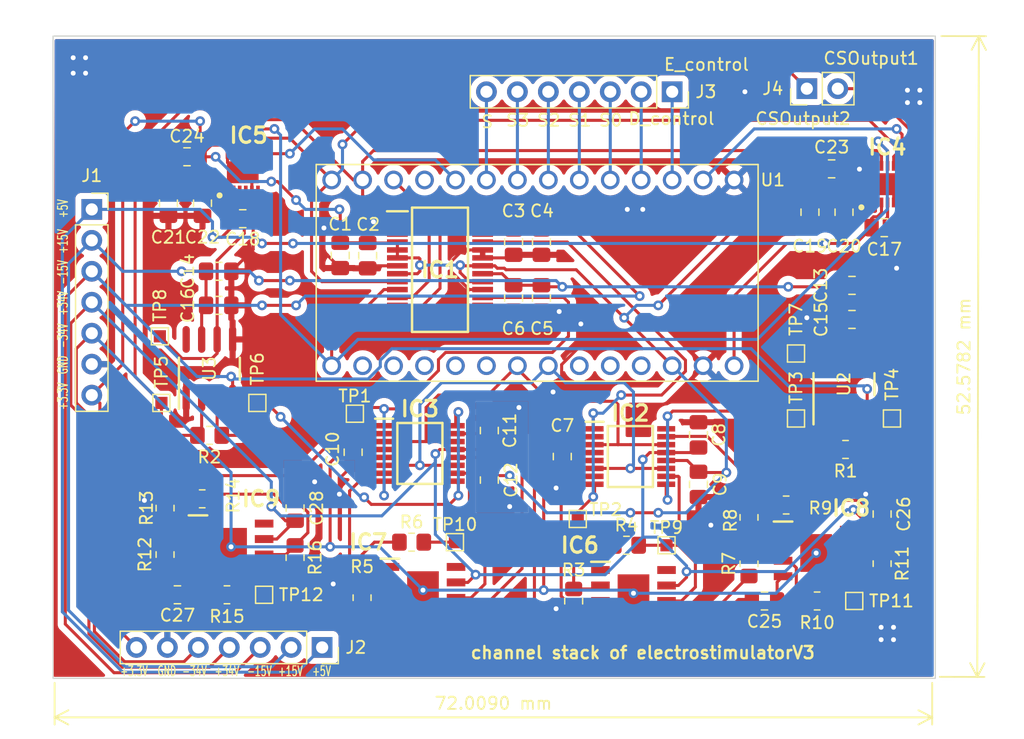
<source format=kicad_pcb>
(kicad_pcb (version 20221018) (generator pcbnew)
  (layers (0 "F.Cu" signal) (31 "B.Cu" power) (34 "B.Paste" user) (35 "F.Paste" user) (36 "B.SilkS" user "B.Silkscreen") (37 "F.SilkS" user "F.Silkscreen") (38 "B.Mask" user) (39 "F.Mask" user) (44 "Edge.Cuts" user))
  (net 0 "")
  (net 1 "GND")
  (net 2 "+3.3V")
  (net 3 "-15V")
  (net 4 "+15V")
  (net 5 "-34 V")
  (net 6 "+34 V")
  (net 7 "+5 V")
  (net 8 "Net-(IC4-REFIO)")
  (net 9 "Net-(IC4-REF)")
  (net 10 "Net-(IC5-REFIO)")
  (net 11 "Net-(IC5-REF)")
  (net 14 "Dout")
  (net 15 "Sclk")
  (net 16 "Din")
  (net 17 "CsDAC")
  (net 22 "DAC Out 2")
  (net 23 "DAC Out 1")
  (net 26 "REF1")
  (net 27 "current mode")
  (net 28 "voltage mode")
  (net 29 "Input1")
  (net 30 "channel1")
  (net 31 "Output1")
  (net 32 "IO1")
  (net 33 "REF2")
  (net 34 "Input2")
  (net 35 "channel2")
  (net 36 "Output2")
  (net 37 "IO2")
  (net 38 "CSR_V1")
  (net 39 "CsADC1")
  (net 40 "CSR_V2")
  (net 41 "CsADC2")
  (net 43 "Net-(IC6--IN)")
  (net 47 "Net-(IC7--IN)")
  (net 51 "Net-(IC8--IN)")
  (net 52 "Net-(IC8-+IN)")
  (net 54 "Net-(IC8-OUT)")
  (net 57 "Net-(IC9--IN)")
  (net 58 "Net-(IC9-+IN)")
  (net 60 "Net-(IC9-OUT)")
  (net 62 "CSOutput2")
  (net 63 "CSOutput1")
  (net 75 "E_control")
  (net 76 "D_control")
  (net 77 "S")
  (net 78 "S3")
  (net 79 "S2")
  (net 80 "S1")
  (net 81 "S0")
  (footprint "Resistor_SMD:R_0805_2012Metric_Pad1.20x1.40mm_HandSolder" (layer "F.Cu") (at 162.134 114.3 -90)
    (fp_text reference "R8")
    (fp_text value "100k")
  )
  (footprint "MAX11156:SON50P300X300X80-13N" (layer "F.Cu") (at 120.592 85.979 90)
    (fp_text reference "IC5")
    (fp_text value "MAX11156ETC+" hide)
  )
  (footprint "Resistor_SMD:R_0805_2012Metric_Pad1.20x1.40mm_HandSolder" (layer "F.Cu") (at 117.266 112.776)
    (fp_text reference "R14")
    (fp_text value "100k")
  )
  (footprint "Resistor_SMD:R_0805_2012Metric_Pad1.20x1.40mm_HandSolder" (layer "F.Cu") (at 119.298 120.65)
    (fp_text reference "R15")
    (fp_text value "100k")
  )
  (footprint "Resistor_SMD:R_0805_2012Metric_Pad1.20x1.40mm_HandSolder" (layer "F.Cu") (at 167.722 121.158)
    (fp_text reference "R10")
    (fp_text value "100k")
  )
  (footprint "Capacitor_SMD:C_0805_2012Metric_Pad1.18x1.45mm_HandSolder" (layer "F.Cu") (at 120.592 89.789 180)
    (fp_text reference "C18")
    (fp_text value "0.1uF")
  )
  (footprint "TestPoint:TestPoint_Pad_1.0x1.0mm" (layer "F.Cu") (at 122.346 120.65)
    (fp_text reference "TP12")
    (fp_text value "TestPoint")
  )
  (footprint "Capacitor_SMD:C_0805_2012Metric_Pad1.18x1.45mm_HandSolder" (layer "F.Cu") (at 167.135 89.2565 90)
    (fp_text reference "C19")
    (fp_text value "0.1uF")
  )
  (footprint "Capacitor_SMD:C_0805_2012Metric_Pad1.18x1.45mm_HandSolder" (layer "F.Cu") (at 145.103 96.2875 -90)
    (fp_text reference "C5")
    (fp_text value "10uF")
  )
  (footprint "MAX5322:SOP65P778X199-28N" (layer "F.Cu") (at 136.779 93.98)
    (fp_text reference "IC1")
    (fp_text value "MAX5322EAI+" hide)
  )
  (footprint "TestPoint:TestPoint_Pad_1.0x1.0mm" (layer "F.Cu") (at 113.792 99.441 90)
    (fp_text reference "TP8")
    (fp_text value "TestPoint")
  )
  (footprint "Capacitor_SMD:C_0805_2012Metric_Pad1.18x1.45mm_HandSolder" (layer "F.Cu") (at 157.988 107.528 -90)
    (fp_text reference "C8")
    (fp_text value "1uF")
  )
  (footprint "Capacitor_SMD:C_0805_2012Metric_Pad1.18x1.45mm_HandSolder" (layer "F.Cu") (at 170.5825 98.057)
    (fp_text reference "C15")
    (fp_text value "100 nF")
  )
  (footprint "Resistor_SMD:R_0805_2012Metric_Pad1.20x1.40mm_HandSolder" (layer "F.Cu") (at 165.182 113.284)
    (fp_text reference "R9")
    (fp_text value "100k")
  )
  (footprint "Resistor_SMD:R_0805_2012Metric_Pad1.20x1.40mm_HandSolder" (layer "F.Cu") (at 124.886 117.602 -90)
    (fp_text reference "R16")
    (fp_text value "1k")
  )
  (footprint "Capacitor_SMD:C_0805_2012Metric_Pad1.18x1.45mm_HandSolder" (layer "F.Cu") (at 140.826 111.237 90)
    (fp_text reference "C12")
    (fp_text value "1uF")
  )
  (footprint "TestPoint:TestPoint_Pad_1.0x1.0mm" (layer "F.Cu") (at 155.366 116.586)
    (fp_text reference "TP9")
    (fp_text value "TestPoint")
  )
  (footprint "Capacitor_SMD:C_0805_2012Metric_Pad1.18x1.45mm_HandSolder" (layer "F.Cu") (at 168.913 85.7005)
    (fp_text reference "C23")
    (fp_text value "0.1uF")
  )
  (footprint "TestPoint:TestPoint_Pad_1.0x1.0mm" (layer "F.Cu") (at 121.793 104.9085 180)
    (fp_text reference "TP6")
    (fp_text value "TestPoint")
  )
  (footprint "Capacitor_SMD:C_0805_2012Metric_Pad1.18x1.45mm_HandSolder" (layer "F.Cu") (at 142.817 96.2875 -90)
    (fp_text reference "C6")
    (fp_text value "0.1uF")
  )
  (footprint "Capacitor_SMD:C_0805_2012Metric_Pad1.18x1.45mm_HandSolder" (layer "F.Cu") (at 124.886 113.538 90)
    (fp_text reference "C28")
    (fp_text value "100nF")
  )
  (footprint "Connector_PinSocket_2.54mm:PinSocket_1x07_P2.54mm_Vertical" (layer "F.Cu") (at 127.107 124.968 -90)
    (fp_text reference "J2")
    (fp_text value "Conn_01x07_Socket")
  )
  (footprint "MAX11156:SON50P300X300X80-13N" (layer "F.Cu") (at 173.255 86.9585 90)
    (fp_text reference "IC4")
    (fp_text value "MAX11156ETC+" hide)
  )
  (footprint "Capacitor_SMD:C_0805_2012Metric_Pad1.18x1.45mm_HandSolder" (layer "F.Cu") (at 146.812 109.306 90)
    (fp_text reference "C7")
    (fp_text value "1uF")
  )
  (footprint "Resistor_SMD:R_0805_2012Metric_Pad1.20x1.40mm_HandSolder" (layer "F.Cu") (at 170.053 108.725)
    (fp_text reference "R1")
    (fp_text value "240")
  )
  (footprint "Capacitor_SMD:C_0805_2012Metric_Pad1.18x1.45mm_HandSolder" (layer "F.Cu") (at 169.929 89.2565 90)
    (fp_text reference "C20")
    (fp_text value "10uF")
  )
  (footprint "Capacitor_SMD:C_0805_2012Metric_Pad1.18x1.45mm_HandSolder" (layer "F.Cu") (at 129.65 108.951 90)
    (fp_text reference "C10")
    (fp_text value "1uF")
  )
  (footprint "Connector_PinSocket_2.54mm:PinSocket_1x07_P2.54mm_Vertical" (layer "F.Cu") (at 108.204 89.027)
    (fp_text reference "J1")
    (fp_text value "Conn_01x07_Socket")
  )
  (footprint "TestPoint:TestPoint_Pad_1.0x1.0mm" (layer "F.Cu") (at 148.082 114.427)
    (fp_text reference "TP2")
    (fp_text value "TestPoint")
  )
  (footprint "DEV-15583:MODULE_DEV-15583" (layer "F.Cu") (at 144.399 94.234 -90)
    (fp_text reference "U1")
    (fp_text value "DEV-15583" hide)
  )
  (footprint "Capacitor_SMD:C_0805_2012Metric_Pad1.18x1.45mm_HandSolder" (layer "F.Cu") (at 157.988 111.592 90)
    (fp_text reference "C9")
    (fp_text value "1uF")
  )
  (footprint "Resistor_SMD:R_0805_2012Metric_Pad1.20x1.40mm_HandSolder" (layer "F.Cu") (at 114.218 117.348 90)
    (fp_text reference "R12")
    (fp_text value "101k")
  )
  (footprint "Capacitor_SMD:C_0805_2012Metric_Pad1.18x1.45mm_HandSolder" (layer "F.Cu") (at 130.841 92.8245 90)
    (fp_text reference "C2")
    (fp_text value "0.1uF")
  )
  (footprint "TestPoint:TestPoint_Pad_1.0x1.0mm" (layer "F.Cu") (at 173.863 106.185 180)
    (fp_text reference "TP4")
    (fp_text value "TestPoint")
  )
  (footprint "OPA455:SOIC127P600X170-9N" (layer "F.Cu") (at 135.382 120.269)
    (fp_text reference "IC7")
    (fp_text value "OPA455IDDA" hide)
  )
  (footprint "TestPoint:TestPoint_Pad_1.0x1.0mm" (layer "F.Cu") (at 113.919 104.9085)
    (fp_text reference "TP5")
    (fp_text value "TestPoint")
  )
  (footprint "Capacitor_SMD:C_0805_2012Metric_Pad1.18x1.45mm_HandSolder" (layer "F.Cu") (at 170.5825 95.263)
    (fp_text reference "C13")
    (fp_text value "1uF")
  )
  (footprint "TestPoint:TestPoint_Pad_1.0x1.0mm" (layer "F.Cu") (at 165.989 106.185)
    (fp_text reference "TP3")
    (fp_text value "TestPoint")
  )
  (footprint "Capacitor_SMD:C_0805_2012Metric_Pad1.18x1.45mm_HandSolder" (layer "F.Cu") (at 117.29 88.519 90)
    (fp_text reference "C22")
    (fp_text value "10uF")
  )
  (footprint "Resistor_SMD:R_0805_2012Metric_Pad1.20x1.40mm_HandSolder" (layer "F.Cu") (at 147.746 121.174 -90)
    (fp_text reference "R3")
    (fp_text value "10k")
  )
  (footprint "Capacitor_SMD:C_0805_2012Metric_Pad1.18x1.45mm_HandSolder" (layer "F.Cu") (at 115.234 120.65 180)
    (fp_text reference "C27")
    (fp_text value "100nF")
  )
  (footprint "MAX14757:SOP65P640X110-16N" (layer "F.Cu") (at 152.4 109.306)
    (fp_text reference "IC2")
    (fp_text value "MAX14757EUE+T" hide)
  )
  (footprint "INA149:D0008A_N" (layer "F.Cu") (at 117.856 102.095 90)
    (fp_text reference "U3")
    (fp_text value "INA149AID")
  )
  (footprint "Connector_PinHeader_2.54mm:PinHeader_1x02_P2.54mm_Vertical" (layer "F.Cu") (at 166.878 79.121 90)
    (fp_text reference "J4")
    (fp_text value "Conn_01x02_Pin")
  )
  (footprint "Capacitor_SMD:C_0805_2012Metric_Pad1.18x1.45mm_HandSolder" (layer "F.Cu") (at 116.02 84.709)
    (fp_text reference "C24")
    (fp_text value "0.1uF")
  )
  (footprint "Capacitor_SMD:C_0805_2012Metric_Pad1.18x1.45mm_HandSolder" (layer "F.Cu") (at 114.496 88.519 90)
    (fp_text reference "C21")
    (fp_text value "0.1uF")
  )
  (footprint "Capacitor_SMD:C_0805_2012Metric_Pad1.18x1.45mm_HandSolder" (layer "F.Cu") (at 173.231 90.5265 180)
    (fp_text reference "C17")
    (fp_text value "0.1uF")
  )
  (footprint "INA149:D0008A_N" (layer "F.Cu") (at 169.926 103.365 90)
    (fp_text reference "U2")
    (fp_text value "INA149AID")
  )
  (footprint "Resistor_SMD:R_0805_2012Metric_Pad1.20x1.40mm_HandSolder" (layer "F.Cu") (at 130.384 120.888 -90)
    (fp_text reference "R5")
    (fp_text value "10k")
  )
  (footprint "MAX14757:SOP65P640X110-16N" (layer "F.Cu") (at 135.128 109.052)
    (fp_text reference "IC3")
    (fp_text value "MAX14757EUE+T" hide)
  )
  (footprint "OPA455:SOIC127P600X170-9N" (layer "F.Cu") (at 119.634 116.713)
    (fp_text reference "IC9")
    (fp_text value "OPA455IDDA" hide)
  )
  (footprint "Resistor_SMD:R_0805_2012Metric_Pad1.20x1.40mm_HandSolder" (layer "F.Cu") (at 152.08 116.586)
    (fp_text reference "R4")
    (fp_text value "50k")
  )
  (footprint "Capacitor_SMD:C_0805_2012Metric_Pad1.18x1.45mm_HandSolder" (layer "F.Cu") (at 163.404 121.158 180)
    (fp_text reference "C25")
    (fp_text value "100nF")
  )
  (footprint "Capacitor_SMD:C_0805_2012Metric_Pad1.18x1.45mm_HandSolder" (layer "F.Cu") (at 145.103 91.7155 90)
    (fp_text reference "C4")
    (fp_text value "0.1uF")
  )
  (footprint "Capacitor_SMD:C_0805_2012Metric_Pad1.18x1.45mm_HandSolder" (layer "F.Cu") (at 173.056 114.0245 90)
    (fp_text reference "C26")
    (fp_text value "100nF")
  )
  (footprint "OPA455:SOIC127P600X170-9N" (layer "F.Cu") (at 152.654 120.523)
    (fp_text reference "IC6")
    (fp_text value "OPA455IDDA" hide)
  )
  (footprint "Capacitor_SMD:C_0805_2012Metric_Pad1.18x1.45mm_HandSolder" (layer "F.Cu") (at 140.826 107.173 -90)
    (fp_text reference "C11")
    (fp_text value "1uF")
  )
  (footprint "Resistor_SMD:R_0805_2012Metric_Pad1.20x1.40mm_HandSolder" (layer "F.Cu") (at 134.448 116.332)
    (fp_text reference "R6")
    (fp_text value "50k")
  )
  (footprint "TestPoint:TestPoint_Pad_1.0x1.0mm" (layer "F.Cu") (at 138.004 116.332)
    (fp_text reference "TP10")
    (fp_text value "TestPoint")
  )
  (footprint "OPA455:SOIC127P600X170-9N" (layer "F.Cu") (at 167.64 117.221)
    (fp_text reference "IC8")
    (fp_text value "OPA455IDDA" hide)
  )
  (footprint "Capacitor_SMD:C_0805_2012Metric_Pad1.18x1.45mm_HandSolder" (layer "F.Cu") (at 128.593 92.803 90)
    (fp_text reference "C1")
    (fp_text value "10uF")
  )
  (footprint "Capacitor_SMD:C_0805_2012Metric_Pad1.18x1.45mm_HandSolder" (layer "F.Cu") (at 118.618 96.901)
    (fp_text reference "C16")
    (fp_text value "100 nF")
  )
  (footprint "Resistor_SMD:R_0805_2012Metric_Pad1.20x1.40mm_HandSolder" (layer "F.Cu") (at 114.218 113.538 -90)
    (fp_text reference "R13")
    (fp_text value "100k")
  )
  (footprint "TestPoint:TestPoint_Pad_1.0x1.0mm" (layer "F.Cu") (at 170.77 121.158)
    (fp_text reference "TP11")
    (fp_text value "TestPoint")
  )
  (footprint "TestPoint:TestPoint_Pad_1.0x1.0mm" (layer "F.Cu") (at 129.794 105.791)
    (fp_text reference "TP1")
    (fp_text value "TestPoint")
  )
  (footprint "Resistor_SMD:R_0805_2012Metric_Pad1.20x1.40mm_HandSolder" (layer "F.Cu") (at 117.872 107.569)
    (fp_text reference "R2")
    (fp_text value "240")
  )
  (footprint "Connector_PinSocket_2.54mm:PinSocket_1x07_P2.54mm_Vertical" (layer "F.Cu") (at 155.829 79.375 -90)
    (fp_text reference "J3")
    (fp_text value "Conn_01x07_Socket")
  )
  (footprint "Resistor_SMD:R_0805_2012Metric_Pad1.20x1.40mm_HandSolder" (layer "F.Cu") (at 173.056 118.094 -90)
    (fp_text reference "R11")
    (fp_text value "1k")
  )
  (footprint "TestPoint:TestPoint_Pad_1.0x1.0mm" (layer "F.Cu") (at 165.989 100.851 90)
    (fp_text reference "TP7")
    (fp_text value "TestPoint")
  )
  (footprint "Resistor_SMD:R_0805_2012Metric_Pad1.20x1.40mm_HandSolder" (layer "F.Cu") (at 162.134 118.11 90)
    (fp_text reference "R7")
    (fp_text value "101k")
  )
  (footprint "Capacitor_SMD:C_0805_2012Metric_Pad1.18x1.45mm_HandSolder" (layer "F.Cu") (at 118.618 94.107)
    (fp_text reference "C14")
    (fp_text value "1uF")
  )
  (footprint "Capacitor_SMD:C_0805_2012Metric_Pad1.18x1.45mm_HandSolder" (layer "F.Cu") (at 142.817 91.7155 90)
    (fp_text reference "C3")
    (fp_text value "10uF")
  )
  (gr_rect (start 105.029 74.803) (end 177.419 127.508) (stroke (width 0.1)) (fill none) (layer "Edge.Cuts"))
  (gr_text "+5V" (at 106.299 89.789 90) (layer "F.SilkS") (effects (font (size 0.8 0.5) (thickness 0.1) bold) (justify left bottom)))
  (gr_text "D_control" (at 152.146 82.169) (layer "F.SilkS") (effects (font (size 1 1)) (justify left bottom)))
  (gr_text "-34V" (at 115.57 127.381) (layer "F.SilkS") (effects (font (size 0.8 0.5) (thickness 0.1) bold) (justify left bottom)))
  (gr_text "+34V" (at 118.237 127.381) (layer "F.SilkS") (effects (font (size 0.8 0.5) (thickness 0.1) bold) (justify left bottom)))
  (gr_text "S2" (at 144.653 82.296) (layer "F.SilkS") (effects (font (size 1 1)) (justify left bottom)))
  (gr_text "S3" (at 142.113 82.296) (layer "F.SilkS") (effects (font (size 1 1)) (justify left bottom)))
  (gr_text "-15V" (at 120.904 127.381) (layer "F.SilkS") (effects (font (size 0.8 0.5) (thickness 0.1) bold) (justify left bottom)))
  (gr_text "GND" (at 113.538 127.381) (layer "F.SilkS") (effects (font (size 0.8 0.5) (thickness 0.1) bold) (justify left bottom)))
  (gr_text "+15V" (at 123.444 127.381) (layer "F.SilkS") (effects (font (size 0.8 0.5) (thickness 0.1) bold) (justify left bottom)))
  (gr_text "GND" (at 106.299 102.616 90) (layer "F.SilkS") (effects (font (size 0.8 0.5) (thickness 0.1) bold) (justify left bottom)))
  (gr_text "+5V" (at 126.238 127.381) (layer "F.SilkS") (effects (font (size 0.8 0.5) (thickness 0.1) bold) (justify left bottom)))
  (gr_text "+34V" (at 106.299 97.79 90) (layer "F.SilkS") (effects (font (size 0.8 0.5) (thickness 0.1) bold) (justify left bottom)))
  (gr_text "S0" (at 149.733 82.296) (layer "F.SilkS") (effects (font (size 1 1)) (justify left bottom)))
  (gr_text "-34V" (at 106.299 100.457 90) (layer "F.SilkS") (effects (font (size 0.8 0.5) (thickness 0.1) bold) (justify left bottom)))
  (gr_text "channel stack of electrostimulatorV3" (at 139.192 125.984) (layer "F.SilkS") (effects (font (size 1 1) (thickness 0.2) bold) (justify left bottom)))
  (gr_text "S" (at 140.081 82.423) (layer "F.SilkS") (effects (font (size 1 1)) (justify left bottom)))
  (gr_text "CSOutput2" (at 162.56 82.169) (layer "F.SilkS") (effects (font (size 1 1)) (justify left bottom)))
  (gr_text "+15V" (at 106.299 92.71 90) (layer "F.SilkS") (effects (font (size 0.8 0.5) (thickness 0.1) bold) (justify left bottom)))
  (gr_text "CSOutput1" (at 168.148 77.216) (layer "F.SilkS") (effects (font (size 1 1)) (justify left bottom)))
  (gr_text "+3.3V" (at 106.299 105.537 90) (layer "F.SilkS") (effects (font (size 0.8 0.5) (thickness 0.1) bold) (justify left bottom)))
  (gr_text "+3.3V" (at 110.49 127.381) (layer "F.SilkS") (effects (font (size 0.8 0.5) (thickness 0.1) bold) (justify left bottom)))
  (gr_text "E_control" (at 155.067 77.724) (layer "F.SilkS") (effects (font (size 1 1)) (justify left bottom)))
  (gr_text "-15V" (at 106.299 95.25 90) (layer "F.SilkS") (effects (font (size 0.8 0.5) (thickness 0.1) bold) (justify left bottom)))
  (gr_text "S1" (at 147.193 82.296) (layer "F.SilkS") (effects (font (size 1 1)) (justify left bottom)))
  (dimension (type aligned) (layer "F.SilkS") (pts (xy 177.419 74.803) (xy 177.292 127.381)) (height -3.571737) (gr_text "52.5782 mm" (at 179.77723 101.097849 89.86160467) (layer "F.SilkS") (effects (font (size 1 1) (thickness 0.15)))) (format (prefix "") (suffix "") (units 3) (units_format 1) (precision 4)) (style (thickness 0.15) (arrow_length 1.27) (text_position_mode 0) (extension_height 0.58642) (extension_offset 0.5) keep_text_aligned))
  (dimension (type aligned) (layer "F.SilkS") (pts (xy 105.156 127.381) (xy 177.165 127.381)) (height 3.327399) (gr_text "72.0090 mm" (at 141.1605 129.558399) (layer "F.SilkS") (effects (font (size 1 1) (thickness 0.15)))) (format (prefix "") (suffix "") (units 3) (units_format 1) (precision 4)) (style (thickness 0.15) (arrow_length 1.27) (text_position_mode 0) (extension_height 0.58642) (extension_offset 0.5) keep_text_aligned))
  (segment (start 119.6555 94.107) (end 119.6555 96.901) (width 0.25) (layer "F.Cu") (net 1))
  (segment (start 146.054299 104.008701) (end 146.759 103.304) (width 0.25) (layer "F.Cu") (net 1))
  (segment (start 137.705 94.1355) (end 139.1745 95.605) (width 0.25) (layer "F.Cu") (net 1))
  (segment (start 140.277 92.355) (end 138.648695 92.355) (width 0.25) (layer "F.Cu") (net 1))
  (segment (start 171.4625 85.4585) (end 171.196 85.725) (width 0.25) (layer "F.Cu") (net 1))
  (segment (start 138.648695 92.355) (end 137.705 93.298695) (width 0.25) (layer "F.Cu") (net 1))
  (segment (start 174.2685 90.505) (end 174.505 90.2685) (width 0.25) (layer "F.Cu") (net 1))
  (segment (start 146.759 101.762507) (end 148.336 100.185507) (width 0.25) (layer "F.Cu") (net 1))
  (segment (start 172.005 86.1085) (end 172.855 86.9585) (width 0.25) (layer "F.Cu") (net 1))
  (segment (start 146.759 103.304) (end 146.759 101.762507) (width 0.25) (layer "F.Cu") (net 1))
  (segment (start 120.592 85.979) (end 121.342 86.729) (width 0.25) (layer "F.Cu") (net 1))
  (segment (start 121.862 88.519) (end 121.862 87.499) (width 0.25) (layer "F.Cu") (net 1))
  (segment (start 145.103 92.753) (end 142.817 92.753) (width 0.25) (layer "F.Cu") (net 1))
  (segment (start 121.342 86.729) (end 121.342 87.479) (width 0.25) (layer "F.Cu") (net 1))
  (segment (start 148.336 100.185507) (end 148.336 98.425) (width 0.25) (layer "F.Cu") (net 1))
  (segment (start 140.277 93.005) (end 142.565 93.005) (width 0.25) (layer "F.Cu") (net 1))
  (segment (start 137.705 93.298695) (end 137.705 94.1355) (width 0.25) (layer "F.Cu") (net 1))
  (segment (start 128.524 112.395) (end 128.524 111.1145) (width 0.25) (layer "F.Cu") (net 1))
  (segment (start 121.449 92.3135) (end 119.6555 94.107) (width 0.25) (layer "F.Cu") (net 1))
  (segment (start 121.862 87.499) (end 121.842 87.479) (width 0.25) (layer "F.Cu") (net 1))
  (segment (start 174.005 87.7085) (end 174.005 88.4585) (width 0.25) (layer "F.Cu") (net 1))
  (segment (start 132.33 91.055) (end 131.318 90.043) (width 0.25) (layer "F.Cu") (net 1))
  (segment (start 121.6295 88.7515) (end 121.862 88.519) (width 0.25) (layer "F.Cu") (net 1))
  (segment (start 112.887 112.538) (end 112.522 112.903) (width 0.25) (layer "F.Cu") (net 1))
  (segment (start 171.62 98.057) (end 171.831 98.268) (width 0.25) (layer "F.Cu") (net 1))
  (segment (start 121.6295 89.789) (end 121.6295 88.7515) (width 0.25) (layer "F.Cu") (net 1))
  (segment (start 174.2685 90.5265) (end 174.2685 90.505) (width 0.25) (layer "F.Cu") (net 1))
  (segment (start 173.255 86.9585) (end 174.005 87.7085) (width 0.25) (layer "F.Cu") (net 1))
  (segment (start 139.1745 96.905) (end 140.277 96.905) (width 0.25) (layer "F.Cu") (net 1))
  (segment (start 114.218 112.538) (end 112.887 112.538) (width 0.25) (layer "F.Cu") (net 1))
  (segment (start 119.342 84.479) (end 119.342 85.179) (width 0.25) (layer "F.Cu") (net 1))
  (segment (start 128.593 93.8405) (end 127.254 92.5015) (width 0.25) (layer "F.Cu") (net 1))
  (segment (start 121.449 89.9695) (end 121.449 92.3135) (width 0.25) (layer "F.Cu") (net 1))
  (segment (start 173.056 112.987) (end 172.304598 112.987) (width 0.25) (layer "F.Cu") (net 1))
  (segment (start 149.462 109.631) (end 147.5245 109.631) (width 0.25) (layer "F.Cu") (net 1))
  (segment (start 142.565 93.005) (end 142.817 92.753) (width 0.25) (layer "F.Cu") (net 1))
  (segment (start 133.281 91.055) (end 132.33 91.055) (width 0.25) (layer "F.Cu") (net 1))
  (segment (start 142.397 96.905) (end 142.817 97.325) (width 0.25) (layer "F.Cu") (net 1))
  (segment (start 128.593 93.8405) (end 130.8195 93.8405) (width 0.25) (layer "F.Cu") (net 1))
  (segment (start 145.103 97.325) (end 146.474 97.325) (width 0.25) (layer "F.Cu") (net 1))
  (segment (start 119.761 97.0065) (end 119.761 99.835) (width 0.25) (layer "F.Cu") (net 1))
  (segment (start 130.134431 121.888) (end 128.016 119.769569) (width 0.25) (layer "F.Cu") (net 1))
  (segment (start 147.746 122.174) (end 146.685 122.174) (width 0.25) (layer "F.Cu") (net 1))
  (segment (start 130.841 93.862) (end 131.048 93.655) (width 0.25) (layer "F.Cu") (net 1))
  (segment (start 130.2615 109.377) (end 129.65 109.9885) (width 0.25) (layer "F.Cu") (net 1))
  (segment (start 172.005 85.4585) (end 171.4625 85.4585) (width 0.25) (layer "F.Cu") (net 1))
  (segment (start 174.505 90.2685) (end 174.505 88.4585) (width 0.25) (layer "F.Cu") (net 1))
  (segment (start 131.048 93.655) (end 133.281 93.655) (width 0.25) (layer "F.Cu") (net 1))
  (segment (start 119.6555 96.901) (end 119.761 97.0065) (width 0.25) (layer "F.Cu") (net 1))
  (segment (start 167.135 90.294) (end 169.929 90.294) (width 0.25) (layer "F.Cu") (net 1))
  (segment (start 174.505 88.4585) (end 174.005 88.4585) (width 0.25) (layer "F.Cu") (net 1))
  (segment (start 139.007 96.7375) (end 139.1745 96.905) (width 0.25) (layer "F.Cu") (net 1))
  (segment (start 172.304598 112.987) (end 171.708299 112.390701) (width 0.25) (layer "F.Cu") (net 1))
  (segment (start 117.29 89.5565) (end 114.496 89.5565) (width 0.25) (layer "F.Cu") (net 1))
  (segment (start 128.016 119.769569) (end 128.016 119.761) (width 0.25) (layer "F.Cu") (net 1))
  (segment (start 172.005 85.4585) (end 172.005 86.1085) (width 0.25) (layer "F.Cu") (net 1))
  (segment (start 119.342 85.179) (end 120.142 85.979) (width 0.25) (layer "F.Cu") (net 1))
  (segment (start 130.384 121.888) (end 130.134431 121.888) (width 0.25) (layer "F.Cu") (net 1))
  (segment (start 146.474 97.325) (end 146.558 97.409) (width 0.25) (layer "F.Cu") (net 1))
  (segment (start 120.142 85.979) (end 120.592 85.979) (width 0.25) (layer "F.Cu") (net 1))
  (segment (start 121.6295 89.789) (end 121.449 89.9695) (width 0.25) (layer "F.Cu") (net 1))
  (segment (start 145.103 97.325) (end 142.817 97.325) (width 0.25) (layer "F.Cu") (net 1))
  (segment (start 127.254 92.5015) (end 127.254 90.551) (width 0.25) (layer "F.Cu") (net 1))
  (segment (start 121.342 87.479) (end 121.842 87.479) (width 0.25) (layer "F.Cu") (net 1))
  (segment (start 171.62 95.263) (end 171.62 98.057) (width 0.25) (layer "F.Cu") (net 1))
  (segment (start 172.855 86.9585) (end 173.255 86.9585) (width 0.25) (layer "F.Cu") (net 1))
  (segment (start 146.685 122.174) (end 146.304 121.793) (width 0.25) (layer "F.Cu") (net 1))
  (segment (start 171.831 98.268) (end 171.831 101.105) (width 0.25) (layer "F.Cu") (net 1))
  (segment (start 132.19 109.377) (end 130.2615 109.377) (width 0.25) (layer "F.Cu") (net 1))
  (segment (start 139.1745 95.605) (end 140.277 95.605) (width 0.25) (layer "F.Cu") (net 1))
  (segment (start 130.8195 93.8405) (end 130.841 93.862) (width 0.25) (layer "F.Cu") (net 1))
  (segment (start 140.277 93.005) (end 140.277 92.355) (width 0.25) (layer "F.Cu") (net 1))
  (segment (start 147.5245 109.631) (end 146.812 110.3435) (width 0.25) (layer "F.Cu") (net 1))
  (segment (start 128.524 111.1145) (end 129.65 109.9885) (width 0.25) (layer "F.Cu") (net 1))
  (segment (start 139.007 95.7725) (end 139.007 96.7375) (width 0.25) (layer "F.Cu") (net 1))
  (segment (start 139.1745 95.605) (end 139.007 95.7725) (width 0.25) (layer "F.Cu") (net 1))
  (segment (start 140.277 96.905) (end 142.397 96.905) (width 0.25) (layer "F.Cu") (net 1))
  (via (at 146.558 97.409) (size 0.8) (drill 0.4) (layers "F.Cu" "B.Cu") (net 1))
  (via (at 127.254 90.551) (size 0.8) (drill 0.4) (layers "F.Cu" "B.Cu") (net 1))
  (via (at 171.196 85.725) (size 0.8) (drill 0.4) (layers "F.Cu" "B.Cu") (net 1))
  (via (at 128.524 112.395) (size 0.8) (drill 0.4) (layers "F.Cu" "B.Cu") (net 1))
  (via (at 171.708299 112.390701) (size 0.8) (drill 0.4) (layers "F.Cu" "B.Cu") (net 1))
  (via (at 107.696 77.851) (size 0.8) (drill 0.4) (layers "F.Cu" "B.Cu") (net 1))
  (via (at 106.68 76.581) (size 0.8) (drill 0.4) (layers "F.Cu" "B.Cu") (net 1))
  (via (at 107.696 76.581) (size 0.8) (drill 0.4) (layers "F.Cu" "B.Cu") (net 1))
  (via (at 172.974 124.333) (size 0.8) (drill 0.4) (layers "F.Cu" "B.Cu") (net 1))
  (via (at 143.256 105.283) (size 0.8) (drill 0.4) (layers "F.Cu" "B.Cu") (net 1))
  (via (at 173.99 123.317) (size 0.8) (drill 0.4) (layers "F.Cu" "B.Cu") (net 1))
  (via (at 152.146 89.027) (size 0.8) (drill 0.4) (layers "F.Cu" "B.Cu") (net 1))
  (via (at 142.494 113.411) (size 0.8) (drill 0.4) (layers "F.Cu" "B.Cu") (net 1))
  (via (at 175.133 79.248) (size 0.8) (drill 0.4) (layers "F.Cu" "B.Cu") (net 1))
  (via (at 146.304 121.793) (size 0.8) (drill 0.4) (layers "F.Cu" "B.Cu") (net 1))
  (via (at 146.054299 104.008701) (size 0.8) (drill 0.4) (layers "F.Cu" "B.Cu") (net 1))
  (via (at 148.336 98.425) (size 0.8) (drill 0.4) (layers "F.Cu" "B.Cu") (net 1))
  (via (at 128.016 119.761) (size 0.8) (drill 0.4) (layers "F.Cu" "B.Cu") (net 1))
  (via (at 126.492 111.379) (size 0.8) (drill 0.4) (layers "F.Cu" "B.Cu") (net 1))
  (via (at 175.133 80.264) (size 0.8) (drill 0.4) (layers "F.Cu" "B.Cu") (net 1))
  (via (at 161.798 79.375) (size 0.8) (drill 0.4) (layers "F.Cu" "B.Cu") (net 1))
  (via (at 166.878 97.917) (size 0.8) (drill 0.4) (layers "F.Cu" "B.Cu") (net 1))
  (via (at 153.416 89.027) (size 0.8) (drill 0.4) (layers "F.Cu" "B.Cu") (net 1))
  (via (at 131.318 90.043) (size 0.8) (drill 0.4) (layers "F.Cu" "B.Cu") (net 1))
  (via (at 159.004 114.935) (size 0.8) (drill 0.4) (layers "F.Cu" "B.Cu") (net 1))
  (via (at 174.244 93.853) (size 0.8) (drill 0.4) (layers "F.Cu" "B.Cu") (net 1))
  (via (at 106.68 77.851) (size 0.8) (drill 0.4) (layers "F.Cu" "B.Cu") (net 1))
  (via (at 173.99 124.333) (size 0.8) (drill 0.4) (layers "F.Cu" "B.Cu") (net 1))
  (via (at 112.522 112.903) (size 0.8) (drill 0.4) (layers "F.Cu" "B.Cu") (net 1))
  (via (at 176.149 79.248) (size 0.8) (drill 0.4) (layers "F.Cu" "B.Cu") (net 1))
  (via (at 146.304 111.887) (size 0.8) (drill 0.4) (layers "F.Cu" "B.Cu") (net 1))
  (via (at 172.974 123.317) (size 0.8) (drill 0.4) (layers "F.Cu" "B.Cu") (net 1))
  (via (at 176.149 80.264) (size 0.8) (drill 0.4) (layers "F.Cu" "B.Cu") (net 1))
  (segment (start 146.558 97.409) (end 148.082 97.409) (width 0.25) (layer "B.Cu") (net 1))
  (segment (start 148.336 97.663) (end 148.336 98.425) (width 0.25) (layer "B.Cu") (net 1))
  (segment (start 148.082 97.409) (end 148.336 97.663) (width 0.25) (layer "B.Cu") (net 1))
  (segment (start 117.094 84.6725) (end 117.0575 84.709) (width 0.25) (layer "F.Cu") (net 2))
  (segment (start 133.281 93.005) (end 135.042 93.005) (width 0.25) (layer "F.Cu") (net 2))
  (segment (start 118.364 84.709) (end 117.0575 84.709) (width 0.25) (layer "F.Cu") (net 2))
  (segment (start 151.892 97.917) (end 155.829 101.854) (width 0.25) (layer "F.Cu") (net 2))
  (segment (start 155.338 109.631) (end 157.0645 109.631) (width 0.25) (layer "F.Cu") (net 2))
  (segment (start 142.058396 93.855) (end 142.183396 93.98) (width 0.25) (layer "F.Cu") (net 2))
  (segment (start 135.042 93.005) (end 135.128 93.091) (width 0.25) (layer "F.Cu") (net 2))
  (segment (start 130.841 91.787) (end 133.199 91.787) (width 0.25) (layer "F.Cu") (net 2))
  (segment (start 117.094 81.788) (end 117.094 84.6725) (width 0.25) (layer "F.Cu") (net 2))
  (segment (start 134.93 94.305) (end 133.281 94.305) (width 0.25) (layer "F.Cu") (net 2))
  (segment (start 128.593 91.7655) (end 130.8195 91.7655) (width 0.25) (layer "F.Cu") (net 2))
  (segment (start 141.4975 110.871) (end 140.826 110.1995) (width 0.25) (layer "F.Cu") (net 2))
  (segment (start 138.43 94.2105) (end 138.43 93.655) (width 0.25) (layer "F.Cu") (net 2))
  (segment (start 142.183396 93.98) (end 147.955 93.98) (width 0.25) (layer "F.Cu") (net 2))
  (segment (start 119.842 83.779) (end 119.842 84.479) (width 0.25) (layer "F.Cu") (net 2))
  (segment (start 138.066 109.377) (end 140.0035 109.377) (width 0.25) (layer "F.Cu") (net 2))
  (segment (start 118.0125 83.754) (end 119.817 83.754) (width 0.25) (layer "F.Cu") (net 2))
  (segment (start 168.9005 86.7505) (end 164.8365 86.7505) (width 0.25) (layer "F.Cu") (net 2))
  (segment (start 128.593 91.7655) (end 128.593 89.096) (width 0.25) (layer "F.Cu") (net 2))
  (segment (start 160.274 110.617) (end 158.0505 110.617) (width 0.25) (layer "F.Cu") (net 2))
  (segment (start 141.48 93.855) (end 142.058396 93.855) (width 0.25) (layer "F.Cu") (net 2))
  (segment (start 170.9175 84.7335) (end 172.48 84.7335) (width 0.25) (layer "F.Cu") (net 2))
  (segment (start 128.593 89.096) (end 128.524 89.027) (width 0.25) (layer "F.Cu") (net 2))
  (segment (start 133.199 91.787) (end 133.281 91.705) (width 0.25) (layer "F.Cu") (net 2))
  (segment (start 172.48 84.7335) (end 172.505 84.7585) (width 0.25) (layer "F.Cu") (net 2))
  (segment (start 108.871 121.972) (end 108.871 104.934) (width 0.25) (layer "F.Cu") (net 2))
  (segment (start 141.28 93.655) (end 141.48 93.855) (width 0.25) (layer "F.Cu") (net 2))
  (segment (start 164.8365 86.7505) (end 154.686 96.901) (width 0.25) (layer "F.Cu") (net 2))
  (segment (start 169.9505 85.7005) (end 170.9175 84.7335) (width 0.25) (layer "F.Cu") (net 2))
  (segment (start 135.128 93.599) (end 135.128 94.107) (width 0.25) (layer "F.Cu") (net 2))
  (segment (start 110.744 101.727) (end 110.744 82.804) (width 0.25) (layer "F.Cu") (net 2))
  (segment (start 117.0575 84.709) (end 118.0125 83.754) (width 0.25) (layer "F.Cu") (net 2))
  (segment (start 154.686 113.919) (end 152.4 113.919) (width 0.25) (layer "F.Cu") (net 2))
  (segment (start 157.0645 109.631) (end 157.988 110.5545) (width 0.25) (layer "F.Cu") (net 2))
  (segment (start 135.128 93.091) (end 135.128 93.599) (width 0.25) (layer "F.Cu") (net 2))
  (segment (start 139.1745 94.955) (end 138.43 94.2105) (width 0.25) (layer "F.Cu") (net 2))
  (segment (start 111.867 124.968) (end 108.871 121.972) (width 0.25) (layer "F.Cu") (net 2))
  (segment (start 147.955 93.98) (end 151.892 97.917) (width 0.25) (layer "F.Cu") (net 2))
  (segment (start 110.744 82.804) (end 111.76 81.788) (width 0.25) (layer "F.Cu") (net 2))
  (segment (start 142.494 110.871) (end 141.4975 110.871) (width 0.25) (layer "F.Cu") (net 2))
  (segment (start 130.8195 91.7655) (end 130.841 91.787) (width 0.25) (layer "F.Cu") (net 2))
  (segment (start 140.277 93.655) (end 141.28 93.655) (width 0.25) (layer "F.Cu") (net 2))
  (segment (start 108.871 104.934) (end 108.204 104.267) (width 0.25) (layer "F.Cu") (net 2))
  (segment (start 140.277 94.955) (end 139.1745 94.955) (width 0.25) (layer "F.Cu") (net 2))
  (segment (start 133.281 91.705) (end 133.281 93.005) (width 0.25) (layer "F.Cu") (net 2))
  (segment (start 138.43 93.655) (end 140.277 93.655) (width 0.25) (layer "F.Cu") (net 2))
  (segment (start 123.444 86.741) (end 122.936 86.741) (width 0.25) (layer "F.Cu") (net 2))
  (segment (start 124.968 88.265) (end 123.444 86.741) (width 0.25) (layer "F.Cu") (net 2))
  (segment (start 140.0035 109.377) (end 140.826 110.1995) (width 0.25) (layer "F.Cu") (net 2))
  (segment (start 169.9505 85.7005) (end 168.9005 86.7505) (width 0.25) (layer "F.Cu") (net 2))
  (segment (start 135.128 94.107) (end 134.93 94.305) (width 0.25) (layer "F.Cu") (net 2))
  (segment (start 172.505 84.7585) (end 172.505 85.4585) (width 0.25) (layer "F.Cu") (net 2))
  (segment (start 108.204 104.267) (end 110.744 101.727) (width 0.25) (layer "F.Cu") (net 2))
  (segment (start 119.817 83.754) (end 119.842 83.779) (width 0.25) (layer "F.Cu") (net 2))
  (segment (start 158.0505 110.617) (end 157.988 110.5545) (width 0.25) (layer "F.Cu") (net 2))
  (via (at 151.892 97.917) (size 0.8) (drill 0.4) (layers "F.Cu" "B.Cu") (net 2))
  (via (at 122.936 86.741) (size 0.8) (drill 0.4) (layers "F.Cu" "B.Cu") (net 2))
  (via (at 128.524 89.027) (size 0.8) (drill 0.4) (layers "F.Cu" "B.Cu") (net 2))
  (via (at 111.76 81.788) (size 0.8) (drill 0.4) (layers "F.Cu" "B.Cu") (net 2))
  (via (at 152.4 113.919) (size 0.8) (drill 0.4) (layers "F.Cu" "B.Cu") (net 2))
  (via (at 160.274 110.617) (size 0.8) (drill 0.4) (layers "F.Cu" "B.Cu") (net 2))
  (via (at 154.686 96.901) (size 0.8) (drill 0.4) (layers "F.Cu" "B.Cu") (net 2))
  (via (at 117.094 81.788) (size 0.8) (drill 0.4) (layers "F.Cu" "B.Cu") (net 2))
  (via (at 118.364 84.709) (size 0.8) (drill 0.4) (layers "F.Cu" "B.Cu") (net 2))
  (via (at 154.686 113.919) (size 0.8) (drill 0.4) (layers "F.Cu" "B.Cu") (net 2))
  (via (at 124.968 88.265) (size 0.8) (drill 0.4) (layers "F.Cu" "B.Cu") (net 2))
  (via (at 135.128 93.599) (size 0.8) (drill 0.4) (layers "F.Cu" "B.Cu") (net 2))
  (via (at 142.494 110.871) (size 0.8) (drill 0.4) (layers "F.Cu" "B.Cu") (net 2))
  (via (at 138.43 93.599) (size 0.8) (drill 0.4) (layers "F.Cu" "B.Cu") (net 2))
  (segment (start 154.686 96.901) (end 152.908 96.901) (width 0.25) (layer "B.Cu") (net 2))
  (segment (start 124.968 88.265) (end 125.73 89.027) (width 0.25) (layer "B.Cu") (net 2))
  (segment (start 160.274 106.299) (end 160.274 110.617) (width 0.25) (layer "B.Cu") (net 2))
  (segment (start 152.4 113.919) (end 145.542 113.919) (width 0.25) (layer "B.Cu") (net 2))
  (segment (start 135.128 93.599) (end 138.43 93.599) (width 0.25) (layer "B.Cu") (net 2))
  (segment (start 145.542 113.919) (end 142.494 110.871) (width 0.25) (layer "B.Cu") (net 2))
  (segment (start 152.908 96.901) (end 151.892 97.917) (width 0.25) (layer "B.Cu") (net 2))
  (segment (start 122.936 86.741) (end 120.396 86.741) (width 0.25) (layer "B.Cu") (net 2))
  (segment (start 111.76 81.788) (end 117.094 81.788) (width 0.25) (layer "B.Cu") (net 2))
  (segment (start 125.73 89.027) (end 128.524 89.027) (width 0.25) (layer "B.Cu") (net 2))
  (segment (start 160.274 110.617) (end 156.972 113.919) (width 0.25) (layer "B.Cu") (net 2))
  (segment (start 120.396 86.741) (end 118.364 84.709) (width 0.25) (layer "B.Cu") (net 2))
  (segment (start 156.972 113.919) (end 154.686 113.919) (width 0.25) (layer "B.Cu") (net 2))
  (segment (start 155.829 101.854) (end 160.274 106.299) (width 0.25) (layer "B.Cu") (net 2))
  (segment (start 110.023 127.043) (end 106.034 123.054) (width 0.25) (layer "F.Cu") (net 3))
  (segment (start 147.701 90.678) (end 145.103 90.678) (width 0.25) (layer "F.Cu") (net 3))
  (segment (start 153.162 96.139) (end 147.701 90.678) (width 0.25) (layer "F.Cu") (net 3))
  (segment (start 119.761 104.495) (end 119.761 102.87) (width 0.25) (layer "F.Cu") (net 3))
  (segment (start 119.952 127.043) (end 110.023 127.043) (width 0.25) (layer "F.Cu") (net 3))
  (segment (start 145.103 90.678) (end 142.817 90.678) (width 0.25) (layer "F.Cu") (net 3))
  (segment (start 106.034 123.054) (end 106.034 96.277) (width 0.25) (layer "F.Cu") (net 3))
  (segment (start 119.761 102.87) (end 119.634 102.743) (width 0.25) (layer "F.Cu") (net 3))
  (segment (start 122.174 96.901) (end 124.968 96.901) (width 0.25) (layer "F.Cu") (net 3))
  (segment (start 171.831 103.759) (end 171.831 105.905) (width 0.25) (layer "F.Cu") (net 3))
  (segment (start 140.277 91.055) (end 142.44 91.055) (width 0.25) (layer "F.Cu") (net 3))
  (segment (start 122.027 124.968) (end 119.952 127.043) (width 0.25) (layer "F.Cu") (net 3))
  (segment (start 142.44 91.055) (end 142.817 90.678) (width 0.25) (layer "F.Cu") (net 3))
  (segment (start 106.034 96.277) (end 108.204 94.107) (width 0.25) (layer "F.Cu") (net 3))
  (via (at 153.162 96.139) (size 0.8) (drill 0.4) (layers "F.Cu" "B.Cu") (net 3))
  (via (at 171.831 103.759) (size 0.8) (drill 0.4) (layers "F.Cu" "B.Cu") (net 3))
  (via (at 122.174 96.901) (size 0.8) (drill 0.4) (layers "F.Cu" "B.Cu") (net 3))
  (via (at 124.968 96.901) (size 0.8) (drill 0.4) (layers "F.Cu" "B.Cu") (net 3))
  (via (at 119.634 102.743) (size 0.8) (drill 0.4) (layers "F.Cu" "B.Cu") (net 3))
  (segment (start 125.73 96.139) (end 153.162 96.139) (width 0.25) (layer "B.Cu") (net 3))
  (segment (start 119.835 102.944) (end 119.634 102.743) (width 0.25) (layer "B.Cu") (net 3))
  (segment (start 110.998 96.901) (end 122.174 96.901) (width 0.25) (layer "B.Cu") (net 3))
  (segment (start 130.880493 102.944) (end 119.835 102.944) (width 0.25) (layer "B.Cu") (net 3))
  (segment (start 171.577 103.505) (end 165.354 103.505) (width 0.25) (layer "B.Cu") (net 3))
  (segment (start 131.879 101.945493) (end 130.880493 102.944) (width 0.25) (layer "B.Cu") (net 3))
  (segment (start 132.824507 100.457) (end 131.879 101.402507) (width 0.25) (layer "B.Cu") (net 3))
  (segment (start 108.204 94.107) (end 110.998 96.901) (width 0.25) (layer "B.Cu") (net 3))
  (segment (start 131.879 101.402507) (end 131.879 101.945493) (width 0.25) (layer "B.Cu") (net 3))
  (segment (start 171.831 103.759) (end 171.577 103.505) (width 0.25) (layer "B.Cu") (net 3))
  (segment (start 108.204 94.107) (end 116.84 102.743) (width 0.25) (layer "B.Cu") (net 3))
  (segment (start 162.306 100.457) (end 132.824507 100.457) (width 0.25) (layer "B.Cu") (net 3))
  (segment (start 124.968 96.901) (end 125.73 96.139) (width 0.25) (layer "B.Cu") (net 3))
  (segment (start 116.84 102.743) (end 119.634 102.743) (width 0.25) (layer "B.Cu") (net 3))
  (segment (start 165.354 103.505) (end 162.306 100.457) (width 0.25) (layer "B.Cu") (net 3))
  (segment (start 117.221 97.2605) (end 117.5805 96.901) (width 0.25) (layer "F.Cu") (net 4))
  (segment (start 169.291 98.311) (end 169.291 101.105) (width 0.25) (layer "F.Cu") (net 4))
  (segment (start 169.431 95.377) (end 169.545 95.263) (width 0.25) (layer "F.Cu") (net 4))
  (segment (start 145.103 95.25) (end 142.817 95.25) (width 0.25) (layer "F.Cu") (net 4))
  (segment (start 117.5805 96.901) (end 117.5805 94.107) (width 0.25) (layer "F.Cu") (net 4))
  (segment (start 146.812 95.377) (end 145.23 95.377) (width 0.25) (layer "F.Cu") (net 4))
  (segment (start 121.92 94.869) (end 124.46 94.869) (width 0.25) (layer "F.Cu") (net 4))
  (segment (start 169.545 95.263) (end 169.545 98.057) (width 0.25) (layer "F.Cu") (net 4))
  (segment (start 169.545 98.057) (end 169.291 98.311) (width 0.25) (layer "F.Cu") (net 4))
  (segment (start 145.23 95.377) (end 145.103 95.25) (width 0.25) (layer "F.Cu") (net 4))
  (segment (start 140.277 94.305) (end 141.872 94.305) (width 0.25) (layer "F.Cu") (net 4))
  (segment (start 141.872 94.305) (end 142.817 95.25) (width 0.25) (layer "F.Cu") (net 4))
  (segment (start 115.57 94.107) (end 117.5805 94.107) (width 0.25) (layer "F.Cu") (net 4))
  (segment (start 117.221 99.835) (end 117.221 97.2605) (width 0.25) (layer "F.Cu") (net 4))
  (segment (start 165.354 95.377) (end 169.431 95.377) (width 0.25) (layer "F.Cu") (net 4))
  (via (at 165.354 95.377) (size 0.8) (drill 0.4) (layers "F.Cu" "B.Cu") (net 4))
  (via (at 115.57 94.107) (size 0.8) (drill 0.4) (layers "F.Cu" "B.Cu") (net 4))
  (via (at 121.92 94.869) (size 0.8) (drill 0.4) (layers "F.Cu" "B.Cu") (net 4))
  (via (at 146.812 95.377) (size 0.8) (drill 0.4) (layers "F.Cu" "B.Cu") (net 4))
  (via (at 124.46 94.869) (size 0.8) (drill 0.4) (layers "F.Cu" "B.Cu") (net 4))
  (segment (start 146.304 94.869) (end 146.812 95.377) (width 0.25) (layer "B.Cu") (net 4))
  (segment (start 124.46 94.869) (end 146.304 94.869) (width 0.25) (layer "B.Cu") (net 4))
  (segment (start 108.204 91.567) (end 110.744 94.107) (width 0.25) (layer "B.Cu") (net 4))
  (segment (start 122.985 126.55) (end 110.929 126.55) (width 0.25) (layer "B.Cu") (net 4))
  (segment (start 110.929 126.55) (end 106.299 121.92) (width 0.25) (layer "B.Cu") (net 4))
  (segment (start 106.299 121.92) (end 106.299 93.472) (width 0.25) (layer "B.Cu") (net 4))
  (segment (start 115.57 94.107) (end 121.158 94.107) (width 0.25) (layer "B.Cu") (net 4))
  (segment (start 146.812 95.377) (end 165.354 95.377) (width 0.25) (layer "B.Cu") (net 4))
  (segment (start 110.744 94.107) (end 115.57 94.107) (width 0.25) (layer "B.Cu") (net 4))
  (segment (start 106.299 93.472) (end 108.204 91.567) (width 0.25) (layer "B.Cu") (net 4))
  (segment (start 124.567 124.968) (end 122.985 126.55) (width 0.25) (layer "B.Cu") (net 4))
  (segment (start 121.158 94.107) (end 121.92 94.869) (width 0.25) (layer "B.Cu") (net 4))
  (segment (start 116.947 124.968) (end 115.772 126.143) (width 0.25) (layer "F.Cu") (net 5))
  (segment (start 108.421 106.389) (end 106.934 104.902) (width 0.25) (layer "F.Cu") (net 5))
  (segment (start 145.288 108.839) (end 145.288 120.269) (width 0.25) (layer "F.Cu") (net 5))
  (segment (start 116.2715 119.2685) (end 116.922 118.618) (width 0.25) (layer "F.Cu") (net 5))
  (segment (start 167.647 121.846173) (end 167.310173 122.183) (width 0.25) (layer "F.Cu") (net 5))
  (segment (start 106.934 100.457) (end 108.204 99.187) (width 0.25) (layer "F.Cu") (net 5))
  (segment (start 167.647 117.228) (end 167.647 121.846173) (width 0.25) (layer "F.Cu") (net 5))
  (segment (start 117.2965 121.675) (end 116.2715 120.65) (width 0.25) (layer "F.Cu") (net 5))
  (segment (start 150.749 122.428) (end 152.654 120.523) (width 0.25) (layer "F.Cu") (net 5))
  (segment (start 164.4415 119.6125) (end 164.928 119.126) (width 0.25) (layer "F.Cu") (net 5))
  (segment (start 165.4665 122.183) (end 164.4415 121.158) (width 0.25) (layer "F.Cu") (net 5))
  (segment (start 116.2715 120.65) (end 116.2715 119.2685) (width 0.25) (layer "F.Cu") (net 5))
  (segment (start 132.19 108.727) (end 130.4635 108.727) (width 0.25) (layer "F.Cu") (net 5))
  (segment (start 130.4635 108.727) (end 129.65 107.9135) (width 0.25) (layer "F.Cu") (net 5))
  (segment (start 164.4415 121.158) (end 164.4415 119.6125) (width 0.25) (layer "F.Cu") (net 5))
  (segment (start 146.812 108.2685) (end 145.8585 108.2685) (width 0.25) (layer "F.Cu") (net 5))
  (segment (start 129.65 107.9135) (end 127.762 109.8015) (width 0.25) (layer "F.Cu") (net 5))
  (segment (start 127.762 109.8015) (end 127.762 116.713) (width 0.25) (layer "F.Cu") (net 5))
  (segment (start 119.223 117.124) (end 119.223 121.338173) (width 0.25) (layer "F.Cu") (net 5))
  (segment (start 149.942 122.428) (end 150.749 122.428) (width 0.25) (layer "F.Cu") (net 5))
  (segment (start 119.634 116.713) (end 119.223 117.124) (width 0.25) (layer "F.Cu") (net 5))
  (segment (start 149.462 108.981) (end 147.5245 108.981) (width 0.25) (layer "F.Cu") (net 5))
  (segment (start 133.477 122.174) (end 135.382 120.269) (width 0.25) (layer "F.Cu") (net 5))
  (segment (start 147.5245 108.981) (end 146.812 108.2685) (width 0.25) (layer "F.Cu") (net 5))
  (segment (start 167.64 117.221) (end 167.647 117.228) (width 0.25) (layer "F.Cu") (net 5))
  (segment (start 110.903 126.143) (end 108.421 123.661) (width 0.25) (layer "F.Cu") (net 5))
  (segment (start 108.421 123.661) (end 108.421 106.389) (width 0.25) (layer "F.Cu") (net 5))
  (segment (start 106.934 104.902) (end 106.934 100.457) (width 0.25) (layer "F.Cu") (net 5))
  (segment (start 119.223 121.338173) (end 118.886173 121.675) (width 0.25) (layer "F.Cu") (net 5))
  (segment (start 118.886173 121.675) (end 117.2965 121.675) (width 0.25) (layer "F.Cu") (net 5))
  (segment (start 115.772 126.143) (end 110.903 126.143) (width 0.25) (layer "F.Cu") (net 5))
  (segment (start 145.8585 108.2685) (end 145.288 108.839) (width 0.25) (layer "F.Cu") (net 5))
  (segment (start 167.310173 122.183) (end 165.4665 122.183) (width 0.25) (layer "F.Cu") (net 5))
  (segment (start 132.67 122.174) (end 133.477 122.174) (width 0.25) (layer "F.Cu") (net 5))
  (via (at 152.654 120.523) (size 0.8) (drill 0.4) (layers "F.Cu" "B.Cu") (net 5))
  (via (at 119.634 116.713) (size 0.8) (drill 0.4) (layers "F.Cu" "B.Cu") (net 5))
  (via (at 127.762 116.713) (size 0.8) (drill 0.4) (layers "F.Cu" "B.Cu") (net 5))
  (via (at 135.382 120.269) (size 0.8) (drill 0.4) (layers "F.Cu" "B.Cu") (net 5))
  (via (at 145.288 120.269) (size 0.8) (drill 0.4) (layers "F.Cu" "B.Cu") (net 5))
  (via (at 167.644299 117.225299) (size 0.8) (drill 0.4) (layers "F.Cu" "B.Cu") (net 5))
  (segment (start 131.826 116.713) (end 135.382 120.269) (width 0.25) (layer "B.Cu") (net 5))
  (segment (start 152.4 120.269) (end 152.654 120.523) (width 0.25) (layer "B.Cu") (net 5))
  (segment (start 119.634 116.713) (end 127.762 116.713) (width 0.25) (layer "B.Cu") (net 5))
  (segment (start 164.346598 120.523) (end 167.644299 117.225299) (width 0.25) (layer "B.Cu") (net 5))
  (segment (start 135.382 120.269) (end 145.288 120.269) (width 0.25) (layer "B.Cu") (net 5))
  (segment (start 119.634 110.617) (end 119.634 116.713) (width 0.25) (layer "B.Cu") (net 5))
  (segment (start 127.762 116.713) (end 131.826 116.713) (width 0.25) (layer "B.Cu") (net 5))
  (segment (start 108.204 99.187) (end 119.634 110.617) (width 0.25) (layer "B.Cu") (net 5))
  (segment (start 145.288 120.269) (end 152.4 120.269) (width 0.25) (layer "B.Cu") (net 5))
  (segment (start 152.654 120.523) (end 164.346598 120.523) (width 0.25) (layer "B.Cu") (net 5))
  (segment (start 122.346 116.078) (end 123.3835 116.078) (width 0.25) (layer "F.Cu") (net 6))
  (segment (start 170.352 116.586) (end 171.532 116.586) (width 0.25) (layer "F.Cu") (net 6))
  (segment (start 171.6225 114.5995) (end 172.5935 114.5995) (width 0.25) (layer "F.Cu") (net 6))
  (segment (start 157.0095 119.2155) (end 156.337 119.888) (width 0.25) (layer "F.Cu") (net 6))
  (segment (start 106.484 98.367) (end 108.204 96.647) (width 0.25) (layer "F.Cu") (net 6))
  (segment (start 117.862 126.593) (end 110.716604 126.593) (width 0.25) (layer "F.Cu") (net 6))
  (segment (start 138.094 119.634) (end 139.065 119.634) (width 0.25) (layer "F.Cu") (net 6))
  (segment (start 136.764 108.727) (end 138.066 108.727) (width 0.25) (layer "F.Cu") (net 6))
  (segment (start 138.066 108.727) (end 140.3095 108.727) (width 0.25) (layer "F.Cu") (net 6))
  (segment (start 140.3095 108.727) (end 140.826 108.2105) (width 0.25) (layer "F.Cu") (net 6))
  (segment (start 156.337 119.888) (end 155.366 119.888) (width 0.25) (layer "F.Cu") (net 6))
  (segment (start 157.0095 118.745) (end 157.0095 119.2155) (width 0.25) (layer "F.Cu") (net 6))
  (segment (start 122.936 113.411) (end 124.1005 114.5755) (width 0.25) (layer "F.Cu") (net 6))
  (segment (start 106.484 105.088396) (end 106.484 98.367) (width 0.25) (layer "F.Cu") (net 6))
  (segment (start 153.416 109.5565) (end 153.9915 108.981) (width 0.25) (layer "F.Cu") (net 6))
  (segment (start 136.398 109.093) (end 136.764 108.727) (width 0.25) (layer "F.Cu") (net 6))
  (segment (start 155.338 108.981) (end 157.5725 108.981) (width 0.25) (layer "F.Cu") (net 6))
  (segment (start 124.1005 114.5755) (end 124.886 114.5755) (width 0.25) (layer "F.Cu") (net 6))
  (segment (start 153.9915 108.981) (end 155.338 108.981) (width 0.25) (layer "F.Cu") (net 6))
  (segment (start 157.5725 108.981) (end 157.988 108.5655) (width 0.25) (layer "F.Cu") (net 6))
  (segment (start 172.5935 114.5995) (end 173.056 115.062) (width 0.25) (layer "F.Cu") (net 6))
  (segment (start 107.971 123.847396) (end 107.971 106.575396) (width 0.25) (layer "F.Cu") (net 6))
  (segment (start 119.487 124.968) (end 117.862 126.593) (width 0.25) (layer "F.Cu") (net 6))
  (segment (start 170.688 113.665) (end 171.6225 114.5995) (width 0.25) (layer "F.Cu") (net 6))
  (segment (start 171.532 116.586) (end 173.056 115.062) (width 0.25) (layer "F.Cu") (net 6))
  (segment (start 139.065 119.634) (end 139.7 118.999) (width 0.25) (layer "F.Cu") (net 6))
  (segment (start 110.716604 126.593) (end 107.971 123.847396) (width 0.25) (layer "F.Cu") (net 6))
  (segment (start 107.971 106.575396) (end 106.484 105.088396) (width 0.25) (layer "F.Cu") (net 6))
  (segment (start 123.3835 116.078) (end 124.886 114.5755) (width 0.25) (layer "F.Cu") (net 6))
  (via (at 157.0095 118.745) (size 0.8) (drill 0.4) (layers "F.Cu" "B.Cu") (net 6))
  (via (at 122.936 113.411) (size 0.8) (drill 0.4) (layers "F.Cu" "B.Cu") (net 6))
  (via (at 170.688 113.665) (size 0.8) (drill 0.4) (layers "F.Cu" "B.Cu") (net 6))
  (via (at 136.398 109.093) (size 0.8) (drill 0.4) (layers "F.Cu" "B.Cu") (net 6))
  (via (at 153.416 109.5565) (size 0.8) (drill 0.4) (layers "F.Cu" "B.Cu") (net 6))
  (via (at 139.7 118.999) (size 0.8) (drill 0.4) (layers "F.Cu" "B.Cu") (net 6))
  (segment (start 170.18 113.665) (end 165.1 118.745) (width 0.25) (layer "B.Cu") (net 6))
  (segment (start 132.007305 114.173) (end 136.398 109.782305) (width 0.25) (layer "B.Cu") (net 6))
  (segment (start 139.7 118.999) (end 136.398 115.697) (width 0.25) (layer "B.Cu") (net 6))
  (segment (start 170.688 113.665) (end 170.18 113.665) (width 0.25) (layer "B.Cu") (net 6))
  (segment (start 136.398 109.601) (end 136.398 109.093) (width 0.25) (layer "B.Cu") (net 6))
  (segment (start 157.0095 118.2745) (end 154.654305 115.919305) (width 0.25) (layer "B.Cu") (net 6))
  (segment (start 139.7 118.999) (end 150.336305 118.999) (width 0.25) (layer "B.Cu") (net 6))
  (segment (start 123.698 114.173) (end 132.007305 114.173) (width 0.25) (layer "B.Cu") (net 6))
  (segment (start 154.654305 115.919305) (end 153.416 115.919305) (width 0.25) (layer "B.Cu") (net 6))
  (segment (start 136.398 109.782305) (end 136.398 109.601) (width 0.25) (layer "B.Cu") (net 6))
  (segment (start 122.936 113.411) (end 123.698 114.173) (width 0.25) (layer "B.Cu") (net 6))
  (segment (start 157.0095 118.745) (end 157.0095 118.2745) (width 0.25) (layer "B.Cu") (net 6))
  (segment (start 165.1 118.745) (end 157.0095 118.745) (width 0.25) (layer "B.Cu") (net 6))
  (segment (start 122.936 111.379) (end 122.936 113.411) (width 0.25) (layer "B.Cu") (net 6))
  (segment (start 150.336305 118.999) (end 153.416 115.919305) (width 0.25) (layer "B.Cu") (net 6))
  (segment (start 153.416 115.919305) (end 153.416 109.5565) (width 0.25) (layer "B.Cu") (net 6))
  (segment (start 108.204 96.647) (end 122.936 111.379) (width 0.25) (layer "B.Cu") (net 6))
  (segment (start 136.398 115.697) (end 136.398 109.601) (width 0.25) (layer "B.Cu") (net 6))
  (segment (start 165.227 91.821) (end 168.402 91.821) (width 0.25) (layer "F.Cu") (net 7))
  (segment (start 168.402 91.821) (end 170.899 91.821) (width 0.25) (layer "F.Cu") (net 7))
  (segment (start 172.666396 89.6335) (end 173.005 89.294896) (width 0.25) (layer "F.Cu") (net 7))
  (segment (start 160.909 101.854) (end 160.909 96.139) (width 0.25) (layer "F.Cu") (net 7))
  (segment (start 118.11 91.313) (end 118.872 91.313) (width 0.25) (layer "F.Cu") (net 7))
  (segment (start 118.872 91.313) (end 119.5545 90.6305) (width 0.25) (layer "F.Cu") (net 7))
  (segment (start 173.005 89.294896) (end 173.005 88.4585) (width 0.25) (layer "F.Cu") (net 7))
  (segment (start 170.899 91.821) (end 172.1935 90.5265) (width 0.25) (layer "F.Cu") (net 7))
  (segment (start 172.1935 89.786) (end 172.346 89.6335) (width 0.25) (layer "F.Cu") (net 7))
  (segment (start 120.342 88.315396) (end 119.942396 88.715) (width 0.25) (layer "F.Cu") (net 7))
  (segment (start 172.1935 90.5265) (end 172.1935 89.786) (width 0.25) (layer "F.Cu") (net 7))
  (segment (start 119.942396 88.715) (end 119.569604 88.715) (width 0.25) (layer "F.Cu") (net 7))
  (segment (start 119.569604 88.715) (end 119.569604 89.773896) (width 0.25) (layer "F.Cu") (net 7))
  (segment (start 119.569604 89.773896) (end 119.5545 89.789) (width 0.25) (layer "F.Cu") (net 7))
  (segment (start 119.5545 90.6305) (end 119.5545 89.789) (width 0.25) (layer "F.Cu") (net 7))
  (segment (start 172.346 89.6335) (end 172.666396 89.6335) (width 0.25) (layer "F.Cu") (net 7))
  (segment (start 120.342 87.479) (end 120.342 88.315396) (width 0.25) (layer "F.Cu") (net 7))
  (segment (start 160.909 96.139) (end 165.227 91.821) (width 0.25) (layer "F.Cu") (net 7))
  (segment (start 122.174 91.821) (end 124.714 91.821) (width 0.25) (layer "F.Cu") (net 7))
  (via (at 124.714 91.821) (size 0.8) (drill 0.4) (layers "F.Cu" "B.Cu") (net 7))
  (via (at 168.402 91.821) (size 0.8) (drill 0.4) (layers "F.Cu" "B.Cu") (net 7))
  (via (at 122.174 91.821) (size 0.8) (drill 0.4) (layers "F.Cu" "B.Cu") (net 7))
  (via (at 118.11 91.313) (size 0.8) (drill 0.4) (layers "F.Cu" "B.Cu") (net 7))
  (segment (start 110.742604 127) (end 105.791 122.048396) (width 0.25) (layer "B.Cu") (net 7))
  (segment (start 118.11 91.313) (end 121.666 91.313) (width 0.25) (layer "B.Cu") (net 7))
  (segment (start 108.204 89.027) (end 117.094 89.027) (width 0.25) (layer "B.Cu") (net 7))
  (segment (start 118.11 90.043) (end 118.11 91.313) (width 0.25) (layer "B.Cu") (net 7))
  (segment (start 124.714 91.821) (end 168.402 91.821) (width 0.25) (layer "B.Cu") (net 7))
  (segment (start 127.107 124.968) (end 125.075 127) (width 0.25) (layer "B.Cu") (net 7))
  (segment (start 117.094 89.027) (end 118.11 90.043) (width 0.25) (layer "B.Cu") (net 7))
  (segment (start 105.791 91.44) (end 108.204 89.027) (width 0.25) (layer "B.Cu") (net 7))
  (segment (start 121.666 91.313) (end 122.174 91.821) (width 0.25) (layer "B.Cu") (net 7))
  (segment (start 105.791 122.048396) (end 105.791 91.44) (width 0.25) (layer "B.Cu") (net 7))
  (segment (start 125.075 127) (end 110.742604 127) (width 0.25) (layer "B.Cu") (net 7))
  (segment (start 167.135 88.219) (end 168.0475 87.3065) (width 0.25) (layer "F.Cu") (net 8))
  (segment (start 168.0475 87.3065) (end 170.853 87.3065) (width 0.25) (layer "F.Cu") (net 8))
  (segment (start 170.853 87.3065) (end 172.005 88.4585) (width 0.25) (layer "F.Cu") (net 8))
  (segment (start 172.505 88.4585) (end 172.505 89.1585) (width 0.25) (layer "F.Cu") (net 9))
  (segment (start 170.8935 89.1835) (end 169.929 88.219) (width 0.25) (layer "F.Cu") (net 9))
  (segment (start 172.505 89.1585) (end 172.48 89.1835) (width 0.25) (layer "F.Cu") (net 9))
  (segment (start 172.48 89.1835) (end 170.8935 89.1835) (width 0.25) (layer "F.Cu") (net 9))
  (segment (start 118.432 86.569) (end 115.4085 86.569) (width 0.25) (layer "F.Cu") (net 10))
  (segment (start 115.4085 86.569) (end 114.496 87.4815) (width 0.25) (layer "F.Cu") (net 10))
  (segment (start 119.342 87.479) (end 118.432 86.569) (width 0.25) (layer "F.Cu") (net 10))
  (segment (start 118.0735 88.265) (end 117.29 87.4815) (width 0.25) (layer "F.Cu") (net 11))
  (segment (start 119.756 88.265) (end 118.0735 88.265) (width 0.25) (layer "F.Cu") (net 11))
  (segment (start 119.842 88.179) (end 119.756 88.265) (width 0.25) (layer "F.Cu") (net 11))
  (segment (start 119.842 87.479) (end 119.842 88.179) (width 0.25) (layer "F.Cu") (net 11))
  (segment (start 174.244 84.464305) (end 174.244 83.937695) (width 0.25) (layer "F.Cu") (net 14))
  (segment (start 121.342 83.829) (end 121.342 84.479) (width 0.25) (layer "F.Cu") (net 14))
  (segment (start 124.46 83.185) (end 121.986 83.185) (width 0.25) (layer "F.Cu") (net 14))
  (segment (start 126.238 94.107) (end 126.238 88.265) (width 0.25) (layer "F.Cu") (net 14))
  (segment (start 130.752 81.719) (end 128.778 83.693) (width 0.25) (layer "F.Cu") (net 14))
  (segment (start 127.889 86.614) (end 124.46 83.185) (width 0.25) (layer "F.Cu") (net 14))
  (segment (start 121.986 83.185) (end 121.342 83.829) (width 0.25) (layer "F.Cu") (net 14))
  (segment (start 174.005 85.4585) (end 174.005 84.703305) (width 0.25) (layer "F.Cu") (net 14))
  (segment (start 174.244 83.937695) (end 172.025305 81.719) (width 0.25) (layer "F.Cu") (net 14))
  (segment (start 127.086 94.955) (end 126.238 94.107) (width 0.25) (layer "F.Cu") (net 14))
  (segment (start 174.005 84.703305) (end 174.244 84.464305) (width 0.25) (layer "F.Cu") (net 14))
  (segment (start 133.281 94.955) (end 127.086 94.955) (width 0.25) (layer "F.Cu") (net 14))
  (segment (start 126.238 88.265) (end 127.889 86.614) (width 0.25) (layer "F.Cu") (net 14))
  (segment (start 172.025305 81.719) (end 130.752 81.719) (width 0.25) (layer "F.Cu") (net 14))
  (via (at 128.778 83.693) (size 0.8) (drill 0.4) (layers "F.Cu" "B.Cu") (net 14))
  (segment (start 128.778 85.725) (end 128.778 83.693) (width 0.25) (layer "B.Cu") (net 14))
  (segment (start 127.889 86.614) (end 128.778 85.725) (width 0.25) (layer "B.Cu") (net 14))
  (segment (start 120.842 83.247) (end 120.842 84.479) (width 0.25) (layer "F.Cu") (net 15))
  (segment (start 127.889 99.8945) (end 132.1785 95.605) (width 0.25) (layer "F.Cu") (net 15))
  (segment (start 173.505 84.223293) (end 173.505 85.4585) (width 0.25) (layer "F.Cu") (net 15))
  (segment (start 132.1785 95.605) (end 133.281 95.605) (width 0.25) (layer "F.Cu") (net 15))
  (segment (start 172.720354 83.438647) (end 173.505 84.223293) (width 0.25) (layer "F.Cu") (net 15))
  (segment (start 127.889 101.854) (end 127.889 99.8945) (width 0.25) (layer "F.Cu") (net 15))
  (segment (start 123.19 82.423) (end 121.666 82.423) (width 0.25) (layer "F.Cu") (net 15))
  (segment (start 121.666 82.423) (end 120.842 83.247) (width 0.25) (layer "F.Cu") (net 15))
  (via (at 123.19 82.423) (size 0.8) (drill 0.4) (layers "F.Cu" "B.Cu") (net 15))
  (via (at 172.720354 83.438647) (size 0.8) (drill 0.4) (layers "F.Cu" "B.Cu") (net 15))
  (segment (start 123.698 97.663) (end 123.698 82.931) (width 0.25) (layer "B.Cu") (net 15))
  (segment (start 173.482 84.200293) (end 173.482 89.027) (width 0.25) (layer "B.Cu") (net 15))
  (segment (start 173.482 89.027) (end 162.814 99.695) (width 0.25) (layer "B.Cu") (net 15))
  (segment (start 172.720354 83.438647) (end 173.482 84.200293) (width 0.25) (layer "B.Cu") (net 15))
  (segment (start 127.889 101.854) (end 123.698 97.663) (width 0.25) (layer "B.Cu") (net 15))
  (segment (start 123.698 82.931) (end 123.19 82.423) (width 0.25) (layer "B.Cu") (net 15))
  (segment (start 130.048 99.695) (end 127.889 101.854) (width 0.25) (layer "B.Cu") (net 15))
  (segment (start 162.814 99.695) (end 130.048 99.695) (width 0.25) (layer "B.Cu") (net 15))
  (segment (start 131.75 89.205) (end 130.429 87.884) (width 0.25) (layer "F.Cu") (net 16))
  (segment (start 173.005 85.4585) (end 173.005 84.622104) (width 0.25) (layer "F.Cu") (net 16))
  (segment (start 129.667 86.614) (end 124.714 81.661) (width 0.25) (layer "F.Cu") (net 16))
  (segment (start 173.005 84.622104) (end 172.583896 84.201) (width 0.25) (layer "F.Cu") (net 16))
  (segment (start 135.89 94.869) (end 135.89 90.6365) (width 0.25) (layer "F.Cu") (net 16))
  (segment (start 172.583896 84.201) (end 131.318 84.201) (width 0.25) (layer "F.Cu") (net 16))
  (segment (start 135.89 90.6365) (end 134.4585 89.205) (width 0.25) (layer "F.Cu") (net 16))
  (segment (start 130.429 85.09) (end 130.429 86.614) (width 0.25) (layer "F.Cu") (net 16))
  (segment (start 131.318 84.201) (end 130.429 85.09) (width 0.25) (layer "F.Cu") (net 16))
  (segment (start 120.342 82.985) (end 120.342 84.479) (width 0.25) (layer "F.Cu") (net 16))
  (segment (start 134.4585 89.205) (end 131.75 89.205) (width 0.25) (layer "F.Cu") (net 16))
  (segment (start 133.281 96.255) (end 134.504 96.255) (width 0.25) (layer "F.Cu") (net 16))
  (segment (start 121.666 81.661) (end 120.342 82.985) (width 0.25) (layer "F.Cu") (net 16))
  (segment (start 130.429 86.614) (end 129.667 86.614) (width 0.25) (layer "F.Cu") (net 16))
  (segment (start 134.504 96.255) (end 135.89 94.869) (width 0.25) (layer "F.Cu") (net 16))
  (segment (start 130.429 87.884) (end 130.429 86.614) (width 0.25) (layer "F.Cu") (net 16))
  (segment (start 124.714 81.661) (end 121.666 81.661) (width 0.25) (layer "F.Cu") (net 16))
  (segment (start 136.779 95.504) (end 135.378 96.905) (width 0.25) (layer "F.Cu") (net 17))
  (segment (start 132.969 86.614) (end 134.747 88.392) (width 0.25) (layer "F.Cu") (net 17))
  (segment (start 135.378 96.905) (end 133.281 96.905) (width 0.25) (layer "F.Cu") (net 17))
  (segment (start 135.763 88.392) (end 136.779 89.408) (width 0.25) (layer "F.Cu") (net 17))
  (segment (start 136.779 89.408) (end 136.779 95.504) (width 0.25) (layer "F.Cu") (net 17))
  (segment (start 134.747 88.392) (end 135.763 88.392) (width 0.25) (layer "F.Cu") (net 17))
  (segment (start 132.19 112.507) (end 132.19 111.327) (width 0.25) (layer "F.Cu") (net 22))
  (segment (start 136.652 101.349507) (end 136.652 102.252493) (width 0.25) (layer "F.Cu") (net 22))
  (segment (start 136.652 102.252493) (end 133.509493 105.395) (width 0.25) (layer "F.Cu") (net 22))
  (segment (start 147.32 96.647) (end 147.32 99.441) (width 0.25) (layer "F.Cu") (net 22))
  (segment (start 140.277 96.255) (end 146.928 96.255) (width 0.25) (layer "F.Cu") (net 22))
  (segment (start 147.32 99.441) (end 145.997 100.764) (width 0.25) (layer "F.Cu") (net 22))
  (segment (start 130.302 105.283) (end 132.078 105.283) (width 0.25) (layer "F.Cu") (net 22))
  (segment (start 137.237507 100.764) (end 136.652 101.349507) (width 0.25) (layer "F.Cu") (net 22))
  (segment (start 145.997 100.764) (end 137.237507 100.764) (width 0.25) (layer "F.Cu") (net 22))
  (segment (start 133.509493 105.395) (end 132.19 105.395) (width 0.25) (layer "F.Cu") (net 22))
  (segment (start 132.078 105.283) (end 132.19 105.395) (width 0.25) (layer "F.Cu") (net 22))
  (segment (start 146.928 96.255) (end 147.32 96.647) (width 0.25) (layer "F.Cu") (net 22))
  (segment (start 129.794 105.791) (end 130.302 105.283) (width 0.25) (layer "F.Cu") (net 22))
  (segment (start 132.19 106.777) (end 132.19 105.395) (width 0.25) (layer "F.Cu") (net 22))
  (via (at 132.19 105.395) (size 0.8) (drill 0.4) (layers "F.Cu" "B.Cu") (net 22))
  (via (at 132.19 112.507) (size 0.8) (drill 0.4) (layers "F.Cu" "B.Cu") (net 22))
  (segment (start 132.19 105.395) (end 132.19 112.507) (width 0.25) (layer "B.Cu") (net 22))
  (segment (start 154.961792 104.262701) (end 156.919 102.305493) (width 0.25) (layer "F.Cu") (net 23))
  (segment (start 148.082 113.878) (end 149.352 112.608) (width 0.25) (layer "F.Cu") (net 23))
  (segment (start 149.462 111.581) (end 149.462 112.498) (width 0.25) (layer "F.Cu") (net 23))
  (segment (start 149.352 106.921) (end 149.462 107.031) (width 0.25) (layer "F.Cu") (net 23))
  (segment (start 151.642299 104.262701) (end 154.961792 104.262701) (width 0.25) (layer "F.Cu") (net 23))
  (segment (start 156.919 101.402507) (end 147.221493 91.705) (width 0.25) (layer "F.Cu") (net 23))
  (segment (start 149.462 112.498) (end 149.352 112.608) (width 0.25) (layer "F.Cu") (net 23))
  (segment (start 147.221493 91.705) (end 140.277 91.705) (width 0.25) (layer "F.Cu") (net 23))
  (segment (start 149.352 105.75) (end 149.352 106.921) (width 0.25) (layer "F.Cu") (net 23))
  (segment (start 148.082 114.427) (end 148.082 113.878) (width 0.25) (layer "F.Cu") (net 23))
  (segment (start 156.919 102.305493) (end 156.919 101.402507) (width 0.25) (layer "F.Cu") (net 23))
  (via (at 149.352 105.75) (size 0.8) (drill 0.4) (layers "F.Cu" "B.Cu") (net 23))
  (via (at 151.642299 104.262701) (size 0.8) (drill 0.4) (layers "F.Cu" "B.Cu") (net 23))
  (via (at 149.352 112.608) (size 0.8) (drill 0.4) (layers "F.Cu" "B.Cu") (net 23))
  (segment (start 150.155 105.75) (end 151.642299 104.262701) (width 0.25) (layer "B.Cu") (net 23))
  (segment (start 149.352 105.75) (end 150.155 105.75) (width 0.25) (layer "B.Cu") (net 23))
  (segment (start 149.352 112.608) (end 149.352 105.75) (width 0.25) (layer "B.Cu") (net 23))
  (segment (start 162.134 119.11) (end 158.145 123.099) (width 0.25) (layer "F.Cu") (net 26))
  (segment (start 146.34 123.099) (end 144.526 121.285) (width 0.25) (layer "F.Cu") (net 26))
  (segment (start 144.526 107.823) (end 145.542 106.807) (width 0.25) (layer "F.Cu") (net 26))
  (segment (start 145.542 106.807) (end 147.6005 106.807) (width 0.25) (layer "F.Cu") (net 26))
  (segment (start 148.4745 107.681) (end 149.462 107.681) (width 0.25) (layer "F.Cu") (net 26))
  (segment (start 144.526 121.285) (end 144.526 107.823) (width 0.25) (layer "F.Cu") (net 26))
  (segment (start 147.6005 106.807) (end 148.4745 107.681) (width 0.25) (layer "F.Cu") (net 26))
  (segment (start 158.145 123.099) (end 146.34 123.099) (width 0.25) (layer "F.Cu") (net 26))
  (segment (start 136.652 104.267) (end 135.636 105.283) (width 0.25) (layer "F.Cu") (net 27))
  (segment (start 143.129 101.854) (end 143.129 102.108) (width 0.25) (layer "F.Cu") (net 27))
  (segment (start 151.384 105.029) (end 151.384 108.331) (width 0.25) (layer "F.Cu") (net 27))
  (segment (start 136.398 108.077) (end 138.066 108.077) (width 0.25) (layer "F.Cu") (net 27))
  (segment (start 143.129 101.854) (end 140.716 104.267) (width 0.25) (layer "F.Cu") (net 27))
  (segment (start 135.636 105.283) (end 135.636 108.077) (width 0.25) (layer "F.Cu") (net 27))
  (segment (start 132.19 108.077) (end 135.636 108.077) (width 0.25) (layer "F.Cu") (net 27))
  (segment (start 151.13 104.775) (end 151.384 105.029) (width 0.25) (layer "F.Cu") (net 27))
  (segment (start 140.716 104.267) (end 136.652 104.267) (width 0.25) (layer "F.Cu") (net 27))
  (segment (start 152.4 108.331) (end 151.384 108.331) (width 0.25) (layer "F.Cu") (net 27))
  (segment (start 145.796 104.775) (end 151.13 104.775) (width 0.25) (layer "F.Cu") (net 27))
  (segment (start 135.636 108.077) (end 136.398 108.077) (width 0.25) (layer "F.Cu") (net 27))
  (segment (start 155.338 108.331) (end 152.4 108.331) (width 0.25) (layer "F.Cu") (net 27))
  (segment (start 143.129 102.108) (end 145.796 104.775) (width 0.25) (layer "F.Cu") (net 27))
  (segment (start 151.384 108.331) (end 149.462 108.331) (width 0.25) (layer "F.Cu") (net 27))
  (segment (start 134.874 110.027) (end 135.128 110.027) (width 0.25) (layer "F.Cu") (net 28))
  (segment (start 152.4 110.281) (end 149.462 110.281) (width 0.25) (layer "F.Cu") (net 28))
  (segment (start 155.338 110.281) (end 153.416 110.281) (width 0.25) (layer "F.Cu") (net 28))
  (segment (start 153.416 110.281) (end 153.162 110.281) (width 0.25) (layer "F.Cu") (net 28))
  (segment (start 152.908 110.281) (end 152.4 110.281) (width 0.25) (layer "F.Cu") (net 28))
  (segment (start 132.19 110.027) (end 134.874 110.027) (width 0.25) (layer "F.Cu") (net 28))
  (segment (start 153.162 110.281) (end 152.908 110.281) (width 0.25) (layer "F.Cu") (net 28))
  (segment (start 135.128 110.027) (end 138.066 110.027) (width 0.25) (layer "F.Cu") (net 28))
  (via (at 152.4 110.281) (size 0.8) (drill 0.4) (layers "F.Cu" "B.Cu") (net 28))
  (via (at 135.128 110.027) (size 0.8) (drill 0.4) (layers "F.Cu" "B.Cu") (net 28))
  (segment (start 136.906 103.251) (end 135.128 105.029) (width 0.25) (layer "B.Cu") (net 28))
  (segment (start 147.066 103.251) (end 151.892 103.251) (width 0.25) (layer "B.Cu") (net 28))
  (segment (start 135.128 105.029) (end 135.128 110.027) (width 0.25) (layer "B.Cu") (net 28))
  (segment (start 145.669 101.854) (end 144.272 103.251) (width 0.25) (layer "B.Cu") (net 28))
  (segment (start 152.654 110.027) (end 152.4 110.281) (width 0.25) (layer "B.Cu") (net 28))
  (segment (start 145.669 101.854) (end 147.066 103.251) (width 0.25) (layer "B.Cu") (net 28))
  (segment (start 152.654 104.013) (end 152.654 110.027) (width 0.25) (layer "B.Cu") (net 28))
  (segment (start 144.272 103.251) (end 136.906 103.251) (width 0.25) (layer "B.Cu") (net 28))
  (segment (start 151.892 103.251) (end 152.654 104.013) (width 0.25) (layer "B.Cu") (net 28))
  (segment (start 149.942 121.158) (end 147.116827 121.158) (width 0.25) (layer "F.Cu") (net 29))
  (segment (start 148.4995 110.931) (end 149.462 110.931) (width 0.25) (layer "F.Cu") (net 29))
  (segment (start 147.116827 121.158) (end 146.721 120.762173) (width 0.25) (layer "F.Cu") (net 29))
  (segment (start 146.721 120.762173) (end 146.721 112.7095) (width 0.25) (layer "F.Cu") (net 29))
  (segment (start 146.721 112.7095) (end 148.4995 110.931) (width 0.25) (layer "F.Cu") (net 29))
  (segment (start 169.291 105.905) (end 169.291 108.487) (width 0.25) (layer "F.Cu") (net 30))
  (segment (start 165.382 105.578) (end 155.874 105.578) (width 0.25) (layer "F.Cu") (net 30))
  (segment (start 155.448 106.921) (end 155.338 107.031) (width 0.25) (layer "F.Cu") (net 30))
  (segment (start 165.989 107.201) (end 165.989 106.185) (width 0.25) (layer "F.Cu") (net 30))
  (segment (start 155.874 105.578) (end 155.448 106.004) (width 0.25) (layer "F.Cu") (net 30))
  (segment (start 167.513 108.725) (end 165.989 107.201) (width 0.25) (layer "F.Cu") (net 30))
  (segment (start 155.338 112.752) (end 155.448 112.862) (width 0.25) (layer "F.Cu") (net 30))
  (segment (start 169.053 108.725) (end 167.513 108.725) (width 0.25) (layer "F.Cu") (net 30))
  (segment (start 165.989 106.185) (end 165.382 105.578) (width 0.25) (layer "F.Cu") (net 30))
  (segment (start 155.448 106.004) (end 155.448 106.921) (width 0.25) (layer "F.Cu") (net 30))
  (segment (start 155.338 111.581) (end 155.338 112.752) (width 0.25) (layer "F.Cu") (net 30))
  (segment (start 169.291 108.487) (end 169.053 108.725) (width 0.25) (layer "F.Cu") (net 30))
  (via (at 155.448 106.004) (size 0.8) (drill 0.4) (layers "F.Cu" "B.Cu") (net 30))
  (via (at 155.448 112.862) (size 0.8) (drill 0.4) (layers "F.Cu" "B.Cu") (net 30))
  (segment (start 155.448 112.862) (end 155.448 106.004) (width 0.25) (layer "B.Cu") (net 30))
  (segment (start 156.4005 115.5515) (end 155.366 116.586) (width 0.25) (layer "F.Cu") (net 31))
  (segment (start 156.591 121.158) (end 157.734 120.015) (width 0.25) (layer "F.Cu") (net 31))
  (segment (start 156.3255 110.931) (end 156.4005 111.006) (width 0.25) (layer "F.Cu") (net 31))
  (segment (start 156.337 116.586) (end 155.366 116.586) (width 0.25) (layer "F.Cu") (net 31))
  (segment (start 156.4005 111.006) (end 156.4005 115.5515) (width 0.25) (layer "F.Cu") (net 31))
  (segment (start 155.366 121.158) (end 156.591 121.158) (width 0.25) (layer "F.Cu") (net 31))
  (segment (start 157.734 117.983) (end 156.337 116.586) (width 0.25) (layer "F.Cu") (net 31))
  (segment (start 153.08 116.586) (end 155.366 116.586) (width 0.25) (layer "F.Cu") (net 31))
  (segment (start 157.734 120.015) (end 157.734 117.983) (width 0.25) (layer "F.Cu") (net 31))
  (segment (start 155.338 110.931) (end 156.3255 110.931) (width 0.25) (layer "F.Cu") (net 31))
  (segment (start 155.366 107.653) (end 158.701173 107.653) (width 0.25) (layer "F.Cu") (net 32))
  (segment (start 158.701173 107.653) (end 162.681173 111.633) (width 0.25) (layer "F.Cu") (net 32))
  (segment (start 174.752 117.398) (end 173.056 119.094) (width 0.25) (layer "F.Cu") (net 32))
  (segment (start 168.722 121.158) (end 170.77 121.158) (width 0.25) (layer "F.Cu") (net 32))
  (segment (start 170.77 121.158) (end 170.992 121.158) (width 0.25) (layer "F.Cu") (net 32))
  (segment (start 170.992 121.158) (end 173.056 119.094) (width 0.25) (layer "F.Cu") (net 32))
  (segment (start 174.752 113.057327) (end 174.752 117.398) (width 0.25) (layer "F.Cu") (net 32))
  (segment (start 173.327673 111.633) (end 174.752 113.057327) (width 0.25) (layer "F.Cu") (net 32))
  (segment (start 162.681173 111.633) (end 173.327673 111.633) (width 0.25) (layer "F.Cu") (net 32))
  (segment (start 155.338 107.681) (end 155.366 107.653) (width 0.25) (layer "F.Cu") (net 32))
  (segment (start 112.776 110.871) (end 125.066827 110.871) (width 0.25) (layer "F.Cu") (net 33))
  (segment (start 128.936827 107.001) (end 130.363173 107.001) (width 0.25) (layer "F.Cu") (net 33))
  (segment (start 111.506 112.141) (end 112.776 110.871) (width 0.25) (layer "F.Cu") (net 33))
  (segment (start 111.506 115.636) (end 111.506 112.141) (width 0.25) (layer "F.Cu") (net 33))
  (segment (start 130.789173 107.427) (end 132.19 107.427) (width 0.25) (layer "F.Cu") (net 33))
  (segment (start 125.066827 110.871) (end 128.936827 107.001) (width 0.25) (layer "F.Cu") (net 33))
  (segment (start 130.363173 107.001) (end 130.789173 107.427) (width 0.25) (layer "F.Cu") (net 33))
  (segment (start 114.218 118.348) (end 111.506 115.636) (width 0.25) (layer "F.Cu") (net 33))
  (segment (start 130.8135 110.677) (end 132.19 110.677) (width 0.25) (layer "F.Cu") (net 34))
  (segment (start 129.359 112.1315) (end 130.8135 110.677) (width 0.25) (layer "F.Cu") (net 34))
  (segment (start 129.359 112.1315) (end 129.359 120.476173) (width 0.25) (layer "F.Cu") (net 34))
  (segment (start 132.67 120.904) (end 129.786827 120.904) (width 0.25) (layer "F.Cu") (net 34))
  (segment (start 129.786827 120.904) (end 129.359 120.476173) (width 0.25) (layer "F.Cu") (net 34))
  (segment (start 138.286 111.547) (end 138.066 111.327) (width 0.25) (layer "F.Cu") (net 35))
  (segment (start 131.139 113.232) (end 130.556 112.649) (width 0.25) (layer "F.Cu") (net 35))
  (segment (start 138.066 106.777) (end 138.066 105.869) (width 0.25) (layer "F.Cu") (net 35))
  (segment (start 122.5615 104.9085) (end 121.793 104.9085) (width 0.25) (layer "F.Cu") (net 35))
  (segment (start 138.066 105.869) (end 138.286 105.649) (width 0.25) (layer "F.Cu") (net 35))
  (segment (start 118.872 107.569) (end 120.396 107.569) (width 0.25) (layer "F.Cu") (net 35))
  (segment (start 138.286 112.507) (end 137.561 113.232) (width 0.25) (layer "F.Cu") (net 35))
  (segment (start 120.396 107.569) (end 121.793 106.172) (width 0.25) (layer "F.Cu") (net 35))
  (segment (start 121.793 106.172) (end 121.793 104.9085) (width 0.25) (layer "F.Cu") (net 35))
  (segment (start 138.286 112.507) (end 138.286 111.547) (width 0.25) (layer "F.Cu") (net 35))
  (segment (start 137.561 113.232) (end 131.139 113.232) (width 0.25) (layer "F.Cu") (net 35))
  (segment (start 123.698 106.045) (end 122.5615 104.9085) (width 0.25) (layer "F.Cu") (net 35))
  (segment (start 118.491 107.188) (end 118.491 104.635) (width 0.25) (layer "F.Cu") (net 35))
  (segment (start 118.872 107.569) (end 118.491 107.188) (width 0.25) (layer "F.Cu") (net 35))
  (via (at 130.556 112.649) (size 0.8) (drill 0.4) (layers "F.Cu" "B.Cu") (net 35))
  (via (at 138.286 112.507) (size 0.8) (drill 0.4) (layers "F.Cu" "B.Cu") (net 35))
  (via (at 123.698 106.045) (size 0.8) (drill 0.4) (layers "F.Cu" "B.Cu") (net 35))
  (via (at 138.286 105.649) (size 0.8) (drill 0.4) (layers "F.Cu" "B.Cu") (net 35))
  (segment (start 130.302 112.649) (end 130.556 112.649) (width 0.25) (layer "B.Cu") (net 35))
  (segment (start 138.286 105.649) (end 138.286 112.507) (width 0.25) (layer "B.Cu") (net 35))
  (segment (start 123.698 106.045) (end 130.302 112.649) (width 0.25) (layer "B.Cu") (net 35))
  (segment (start 138.066 110.677) (end 139.0285 110.677) (width 0.25) (layer "F.Cu") (net 36))
  (segment (start 135.448 116.332) (end 138.004 116.332) (width 0.25) (layer "F.Cu") (net 36))
  (segment (start 138.557 116.332) (end 140.462 118.237) (width 0.25) (layer "F.Cu") (net 36))
  (segment (start 139.192 115.144) (end 138.004 116.332) (width 0.25) (layer "F.Cu") (net 36))
  (segment (start 138.004 116.332) (end 138.557 116.332) (width 0.25) (layer "F.Cu") (net 36))
  (segment (start 140.462 119.761) (end 139.319 120.904) (width 0.25) (layer "F.Cu") (net 36))
  (segment (start 140.462 118.237) (end 140.462 119.761) (width 0.25) (layer "F.Cu") (net 36))
  (segment (start 139.319 120.904) (end 138.094 120.904) (width 0.25) (layer "F.Cu") (net 36))
  (segment (start 139.0285 110.677) (end 139.192 110.8405) (width 0.25) (layer "F.Cu") (net 36))
  (segment (start 139.192 110.8405) (end 139.192 115.144) (width 0.25) (layer "F.Cu") (net 36))
  (segment (start 140.112827 107.298) (end 141.539173 107.298) (width 0.25) (layer "F.Cu") (net 37))
  (segment (start 122.346 120.65) (end 122.838 120.65) (width 0.25) (layer "F.Cu") (net 37))
  (segment (start 143.51 118.4955) (end 139.1815 122.824) (width 0.25) (layer "F.Cu") (net 37))
  (segment (start 120.298 120.65) (end 122.346 120.65) (width 0.25) (layer "F.Cu") (net 37))
  (segment (start 141.539173 107.298) (end 143.51 109.268827) (width 0.25) (layer "F.Cu") (net 37))
  (segment (start 139.983827 107.427) (end 140.112827 107.298) (width 0.25) (layer "F.Cu") (net 37))
  (segment (start 122.838 120.65) (end 124.886 118.602) (width 0.25) (layer "F.Cu") (net 37))
  (segment (start 138.066 107.427) (end 139.983827 107.427) (width 0.25) (layer "F.Cu") (net 37))
  (segment (start 139.1815 122.824) (end 129.108 122.824) (width 0.25) (layer "F.Cu") (net 37))
  (segment (start 143.51 109.268827) (end 143.51 118.4955) (width 0.25) (layer "F.Cu") (net 37))
  (segment (start 129.108 122.824) (end 124.886 118.602) (width 0.25) (layer "F.Cu") (net 37))
  (segment (start 173.228 89.941327) (end 173.228 92.029327) (width 0.25) (layer "F.Cu") (net 38))
  (segment (start 173.228 92.029327) (end 170.561 94.696327) (width 0.25) (layer "F.Cu") (net 38))
  (segment (start 173.505 88.4585) (end 173.505 89.664327) (width 0.25) (layer "F.Cu") (net 38))
  (segment (start 167.668001 102.530001) (end 169.936 102.530001) (width 0.25) (layer "F.Cu") (net 38))
  (segment (start 169.936 102.530001) (end 170.561 101.905001) (width 0.25) (layer "F.Cu") (net 38))
  (segment (start 170.561 101.905001) (end 170.561 101.105) (width 0.25) (layer "F.Cu") (net 38))
  (segment (start 170.561 94.696327) (end 170.561 101.105) (width 0.25) (layer "F.Cu") (net 38))
  (segment (start 165.989 100.851) (end 167.668001 102.530001) (width 0.25) (layer "F.Cu") (net 38))
  (segment (start 173.505 89.664327) (end 173.228 89.941327) (width 0.25) (layer "F.Cu") (net 38))
  (segment (start 174.694 85.2695) (end 174.505 85.4585) (width 0.25) (layer "F.Cu") (net 39))
  (segment (start 174.244 82.423) (end 174.694 82.873) (width 0.25) (layer "F.Cu") (net 39))
  (segment (start 174.694 82.873) (end 174.694 85.2695) (width 0.25) (layer "F.Cu") (net 39))
  (via (at 174.244 82.423) (size 0.8) (drill 0.4) (layers "F.Cu" "B.Cu") (net 39))
  (segment (start 162.56 82.423) (end 174.244 82.423) (width 0.25) (layer "B.Cu") (net 39))
  (segment (start 158.369 86.614) (end 162.56 82.423) (width 0.25) (layer "B.Cu") (net 39))
  (segment (start 118.493 93.216) (end 120.717 90.992) (width 0.25) (layer "F.Cu") (net 40))
  (segment (start 120.717 90.992) (end 120.717 89.075827) (width 0.25) (layer "F.Cu") (net 40))
  (segment (start 118.493 99.833) (end 118.493 93.216) (width 0.25) (layer "F.Cu") (net 40))
  (segment (start 115.611001 101.260001) (end 118.068999 101.260001) (width 0.25) (layer "F.Cu") (net 40))
  (segment (start 113.792 99.441) (end 115.611001 101.260001) (width 0.25) (layer "F.Cu") (net 40))
  (segment (start 118.491 100.838) (end 118.491 99.835) (width 0.25) (layer "F.Cu") (net 40))
  (segment (start 118.491 99.835) (end 118.493 99.833) (width 0.25) (layer "F.Cu") (net 40))
  (segment (start 120.842 88.950827) (end 120.842 87.479) (width 0.25) (layer "F.Cu") (net 40))
  (segment (start 118.068999 101.260001) (end 118.491 100.838) (width 0.25) (layer "F.Cu") (net 40))
  (segment (start 120.717 89.075827) (end 120.842 88.950827) (width 0.25) (layer "F.Cu") (net 40))
  (segment (start 121.866 84.455) (end 121.842 84.479) (width 0.25) (layer "F.Cu") (net 41))
  (segment (start 124.46 84.455) (end 121.866 84.455) (width 0.25) (layer "F.Cu") (net 41))
  (via (at 124.46 84.455) (size 0.8) (drill 0.4) (layers "F.Cu" "B.Cu") (net 41))
  (segment (start 128.778 82.423) (end 131.318 84.963) (width 0.25) (layer "B.Cu") (net 41))
  (segment (start 136.398 84.963) (end 138.049 86.614) (width 0.25) (layer "B.Cu") (net 41))
  (segment (start 124.46 84.455) (end 126.492 82.423) (width 0.25) (layer "B.Cu") (net 41))
  (segment (start 131.318 84.963) (end 136.398 84.963) (width 0.25) (layer "B.Cu") (net 41))
  (segment (start 126.492 82.423) (end 128.778 82.423) (width 0.25) (layer "B.Cu") (net 41))
  (segment (start 147.746 120.174) (end 147.746 117.856) (width 0.25) (layer "F.Cu") (net 43))
  (segment (start 147.746 120.174) (end 149.656 120.174) (width 0.25) (layer "F.Cu") (net 43))
  (segment (start 147.746 117.856) (end 149.016 116.586) (width 0.25) (layer "F.Cu") (net 43))
  (segment (start 149.656 120.174) (end 149.942 119.888) (width 0.25) (layer "F.Cu") (net 43))
  (segment (start 149.016 116.586) (end 151.08 116.586) (width 0.25) (layer "F.Cu") (net 43))
  (segment (start 131.4 116.332) (end 133.448 116.332) (width 0.25) (layer "F.Cu") (net 47))
  (segment (start 130.384 119.888) (end 130.384 117.348) (width 0.25) (layer "F.Cu") (net 47))
  (segment (start 130.384 119.888) (end 132.416 119.888) (width 0.25) (layer "F.Cu") (net 47))
  (segment (start 132.416 119.888) (end 132.67 119.634) (width 0.25) (layer "F.Cu") (net 47))
  (segment (start 130.384 117.348) (end 131.4 116.332) (width 0.25) (layer "F.Cu") (net 47))
  (segment (start 163.42 116.586) (end 162.134 115.3) (width 0.25) (layer "F.Cu") (net 51))
  (segment (start 164.928 116.586) (end 163.42 116.586) (width 0.25) (layer "F.Cu") (net 51))
  (segment (start 164.15 113.284) (end 164.182 113.284) (width 0.25) (layer "F.Cu") (net 51))
  (segment (start 162.134 115.3) (end 164.15 113.284) (width 0.25) (layer "F.Cu") (net 51))
  (segment (start 166.0155 120.4515) (end 166.0155 118.4355) (width 0.25) (layer "F.Cu") (net 52))
  (segment (start 165.436 117.856) (end 164.928 117.856) (width 0.25) (layer "F.Cu") (net 52))
  (segment (start 162.88 117.856) (end 162.134 117.11) (width 0.25) (layer "F.Cu") (net 52))
  (segment (start 166.0155 118.4355) (end 165.436 117.856) (width 0.25) (layer "F.Cu") (net 52))
  (segment (start 164.928 117.856) (end 162.88 117.856) (width 0.25) (layer "F.Cu") (net 52))
  (segment (start 166.722 121.158) (end 166.0155 120.4515) (width 0.25) (layer "F.Cu") (net 52))
  (segment (start 171.196 112.903) (end 172.4425 114.1495) (width 0.25) (layer "F.Cu") (net 54))
  (segment (start 166.182 113.284) (end 166.563 112.903) (width 0.25) (layer "F.Cu") (net 54))
  (segment (start 173.056 117.094) (end 172.294 117.856) (width 0.25) (layer "F.Cu") (net 54))
  (segment (start 172.294 117.856) (end 170.352 117.856) (width 0.25) (layer "F.Cu") (net 54))
  (segment (start 173.9215 114.1495) (end 174.106 114.334) (width 0.25) (layer "F.Cu") (net 54))
  (segment (start 174.106 114.334) (end 174.106 116.044) (width 0.25) (layer "F.Cu") (net 54))
  (segment (start 166.563 112.903) (end 171.196 112.903) (width 0.25) (layer "F.Cu") (net 54))
  (segment (start 172.4425 114.1495) (end 173.9215 114.1495) (width 0.25) (layer "F.Cu") (net 54))
  (segment (start 174.106 116.044) (end 173.056 117.094) (width 0.25) (layer "F.Cu") (net 54))
  (segment (start 115.98 112.776) (end 116.266 112.776) (width 0.25) (layer "F.Cu") (net 57))
  (segment (start 114.218 114.538) (end 115.98 112.776) (width 0.25) (layer "F.Cu") (net 57))
  (segment (start 115.758 116.078) (end 114.218 114.538) (width 0.25) (layer "F.Cu") (net 57))
  (segment (start 116.922 116.078) (end 115.758 116.078) (width 0.25) (layer "F.Cu") (net 57))
  (segment (start 115.218 117.348) (end 114.218 116.348) (width 0.25) (layer "F.Cu") (net 58))
  (segment (start 118.162 118.588) (end 118.0095 118.4355) (width 0.25) (layer "F.Cu") (net 58))
  (segment (start 117.3595 117.348) (end 116.922 117.348) (width 0.25) (layer "F.Cu") (net 58))
  (segment (start 118.0095 117.998) (end 117.3595 117.348) (width 0.25) (layer "F.Cu") (net 58))
  (segment (start 118.207 118.588) (end 118.162 118.588) (width 0.25) (layer "F.Cu") (net 58))
  (segment (start 118.0095 118.4355) (end 118.0095 117.998) (width 0.25) (layer "F.Cu") (net 58))
  (segment (start 118.298 118.679) (end 118.207 118.588) (width 0.25) (layer "F.Cu") (net 58))
  (segment (start 116.922 117.348) (end 115.218 117.348) (width 0.25) (layer "F.Cu") (net 58))
  (segment (start 118.298 120.65) (end 118.298 118.679) (width 0.25) (layer "F.Cu") (net 58))
  (segment (start 118.266 112.776) (end 118.647 112.395) (width 0.25) (layer "F.Cu") (net 60))
  (segment (start 124.172827 113.413) (end 125.478 113.413) (width 0.25) (layer "F.Cu") (net 60))
  (segment (start 125.936 115.552) (end 124.886 116.602) (width 0.25) (layer "F.Cu") (net 60))
  (segment (start 118.647 112.395) (end 123.154827 112.395) (width 0.25) (layer "F.Cu") (net 60))
  (segment (start 124.14 117.348) (end 124.886 116.602) (width 0.25) (layer "F.Cu") (net 60))
  (segment (start 122.346 117.348) (end 124.14 117.348) (width 0.25) (layer "F.Cu") (net 60))
  (segment (start 125.478 113.413) (end 125.936 113.871) (width 0.25) (layer "F.Cu") (net 60))
  (segment (start 123.154827 112.395) (end 124.172827 113.413) (width 0.25) (layer "F.Cu") (net 60))
  (segment (start 125.936 113.871) (end 125.936 115.552) (width 0.25) (layer "F.Cu") (net 60))
  (segment (start 111.76 102.7495) (end 113.919 104.9085) (width 0.25) (layer "F.Cu") (net 62))
  (segment (start 119.38 77.089) (end 111.76 84.709) (width 0.25) (layer "F.Cu") (net 62))
  (segment (start 117.221 104.635) (end 117.221 107.22) (width 0.25) (layer "F.Cu") (net 62))
  (segment (start 113.919 106.68) (end 113.919 104.9085) (width 0.25) (layer "F.Cu") (net 62))
  (segment (start 116.872 107.569) (end 114.808 107.569) (width 0.25) (layer "F.Cu") (net 62))
  (segment (start 111.76 84.709) (end 111.76 102.7495) (width 0.25) (layer "F.Cu") (net 62))
  (segment (start 117.221 107.22) (end 116.872 107.569) (width 0.25) (layer "F.Cu") (net 62))
  (segment (start 164.846 77.089) (end 119.38 77.089) (width 0.25) (layer "F.Cu") (net 62))
  (segment (start 114.808 107.569) (end 113.919 106.68) (width 0.25) (layer "F.Cu") (net 62))
  (segment (start 166.878 79.121) (end 164.846 77.089) (width 0.25) (layer "F.Cu") (net 62))
  (segment (start 170.561 105.905) (end 170.561 108.233) (width 0.25) (layer "F.Cu") (net 63))
  (segment (start 171.967305 79.121) (end 175.26 82.413695) (width 0.25) (layer "F.Cu") (net 63))
  (segment (start 170.561 108.233) (end 171.053 108.725) (width 0.25) (layer "F.Cu") (net 63))
  (segment (start 171.053 108.725) (end 172.593 108.725) (width 0.25) (layer "F.Cu") (net 63))
  (segment (start 172.593 108.725) (end 173.863 107.455) (width 0.25) (layer "F.Cu") (net 63))
  (segment (start 173.863 107.455) (end 173.863 106.185) (width 0.25) (layer "F.Cu") (net 63))
  (segment (start 175.26 104.788) (end 173.863 106.185) (width 0.25) (layer "F.Cu") (net 63))
  (segment (start 175.26 82.413695) (end 175.26 104.788) (width 0.25) (layer "F.Cu") (net 63))
  (segment (start 169.418 79.121) (end 171.967305 79.121) (width 0.25) (layer "F.Cu") (net 63))
  (segment (start 155.829 86.614) (end 155.829 79.375) (width 0.25) (layer "B.Cu") (net 75))
  (segment (start 153.289 86.614) (end 153.289 79.375) (width 0.25) (layer "B.Cu") (net 76))
  (segment (start 140.589 86.614) (end 140.589 79.375) (width 0.25) (layer "B.Cu") (net 77))
  (segment (start 143.129 86.614) (end 143.129 79.375) (width 0.25) (layer "B.Cu") (net 78))
  (segment (start 145.669 86.614) (end 145.669 79.375) (width 0.25) (layer "B.Cu") (net 79))
  (segment (start 148.209 86.614) (end 148.209 79.375) (width 0.25) (layer "B.Cu") (net 80))
  (segment (start 150.749 86.614) (end 150.749 79.375) (width 0.25) (layer "B.Cu") (net 81))
  (zone (net 1) (net_name "GND") (layer "F.Cu") (connect_pads (clearance 0.5)) (min_thickness 0.25) (fill yes (thermal_gap 0.5) (thermal_bridge_width 0.5))
    (polygon (pts (xy 105.156 75.057) (xy 105.029 127.381) (xy 177.165 127.381) (xy 177.292 75.057)))
  )
  (zone (net 1) (net_name "GND") (layer "B.Cu") (priority 3) (connect_pads (clearance 0.5)) (min_thickness 0.25) (fill yes (thermal_gap 0.5) (thermal_bridge_width 0.5))
    (polygon (pts (xy 123.952 109.601) (xy 123.952 113.665) (xy 129.794 113.665) (xy 129.794 109.601)))
  )
  (zone (net 1) (net_name "GND") (layer "B.Cu") (priority 2) (connect_pads (clearance 0.5)) (min_thickness 0.25) (fill yes (thermal_gap 0.5) (thermal_bridge_width 0.5))
    (polygon (pts (xy 139.7 104.775) (xy 139.7 113.919) (xy 144.018 113.919) (xy 144.018 104.775)))
  )
  (zone (net 1) (net_name "GND") (layer "B.Cu") (priority 1) (connect_pads (clearance 0.5)) (min_thickness 0.25) (fill yes (thermal_gap 0.5) (thermal_bridge_width 0.5))
    (polygon (pts (xy 105.156 75.057) (xy 105.156 127.381) (xy 177.292 127.381) (xy 177.292 75.057)))
  )
)
</source>
